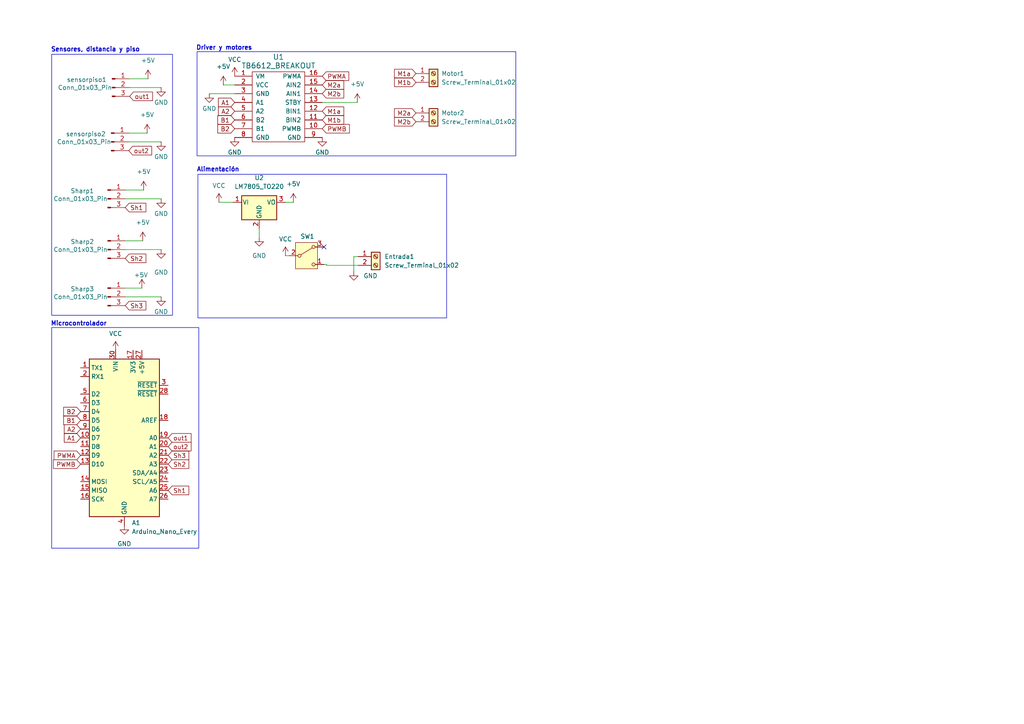
<source format=kicad_sch>
(kicad_sch
	(version 20250114)
	(generator "eeschema")
	(generator_version "9.0")
	(uuid "c8e32ed7-8f1c-4446-9152-6dc117f7549f")
	(paper "A4")
	(lib_symbols
		(symbol "Connector:Conn_01x03_Pin"
			(pin_names
				(offset 1.016)
				(hide yes)
			)
			(exclude_from_sim no)
			(in_bom yes)
			(on_board yes)
			(property "Reference" "J"
				(at 0 5.08 0)
				(effects
					(font
						(size 1.27 1.27)
					)
				)
			)
			(property "Value" "Conn_01x03_Pin"
				(at 0 -5.08 0)
				(effects
					(font
						(size 1.27 1.27)
					)
				)
			)
			(property "Footprint" ""
				(at 0 0 0)
				(effects
					(font
						(size 1.27 1.27)
					)
					(hide yes)
				)
			)
			(property "Datasheet" "~"
				(at 0 0 0)
				(effects
					(font
						(size 1.27 1.27)
					)
					(hide yes)
				)
			)
			(property "Description" "Generic connector, single row, 01x03, script generated"
				(at 0 0 0)
				(effects
					(font
						(size 1.27 1.27)
					)
					(hide yes)
				)
			)
			(property "ki_locked" ""
				(at 0 0 0)
				(effects
					(font
						(size 1.27 1.27)
					)
				)
			)
			(property "ki_keywords" "connector"
				(at 0 0 0)
				(effects
					(font
						(size 1.27 1.27)
					)
					(hide yes)
				)
			)
			(property "ki_fp_filters" "Connector*:*_1x??_*"
				(at 0 0 0)
				(effects
					(font
						(size 1.27 1.27)
					)
					(hide yes)
				)
			)
			(symbol "Conn_01x03_Pin_1_1"
				(rectangle
					(start 0.8636 2.667)
					(end 0 2.413)
					(stroke
						(width 0.1524)
						(type default)
					)
					(fill
						(type outline)
					)
				)
				(rectangle
					(start 0.8636 0.127)
					(end 0 -0.127)
					(stroke
						(width 0.1524)
						(type default)
					)
					(fill
						(type outline)
					)
				)
				(rectangle
					(start 0.8636 -2.413)
					(end 0 -2.667)
					(stroke
						(width 0.1524)
						(type default)
					)
					(fill
						(type outline)
					)
				)
				(polyline
					(pts
						(xy 1.27 2.54) (xy 0.8636 2.54)
					)
					(stroke
						(width 0.1524)
						(type default)
					)
					(fill
						(type none)
					)
				)
				(polyline
					(pts
						(xy 1.27 0) (xy 0.8636 0)
					)
					(stroke
						(width 0.1524)
						(type default)
					)
					(fill
						(type none)
					)
				)
				(polyline
					(pts
						(xy 1.27 -2.54) (xy 0.8636 -2.54)
					)
					(stroke
						(width 0.1524)
						(type default)
					)
					(fill
						(type none)
					)
				)
				(pin passive line
					(at 5.08 2.54 180)
					(length 3.81)
					(name "Pin_1"
						(effects
							(font
								(size 1.27 1.27)
							)
						)
					)
					(number "1"
						(effects
							(font
								(size 1.27 1.27)
							)
						)
					)
				)
				(pin passive line
					(at 5.08 0 180)
					(length 3.81)
					(name "Pin_2"
						(effects
							(font
								(size 1.27 1.27)
							)
						)
					)
					(number "2"
						(effects
							(font
								(size 1.27 1.27)
							)
						)
					)
				)
				(pin passive line
					(at 5.08 -2.54 180)
					(length 3.81)
					(name "Pin_3"
						(effects
							(font
								(size 1.27 1.27)
							)
						)
					)
					(number "3"
						(effects
							(font
								(size 1.27 1.27)
							)
						)
					)
				)
			)
			(embedded_fonts no)
		)
		(symbol "Connector:Screw_Terminal_01x02"
			(pin_names
				(offset 1.016)
				(hide yes)
			)
			(exclude_from_sim no)
			(in_bom yes)
			(on_board yes)
			(property "Reference" "J"
				(at 0 2.54 0)
				(effects
					(font
						(size 1.27 1.27)
					)
				)
			)
			(property "Value" "Screw_Terminal_01x02"
				(at 0 -5.08 0)
				(effects
					(font
						(size 1.27 1.27)
					)
				)
			)
			(property "Footprint" ""
				(at 0 0 0)
				(effects
					(font
						(size 1.27 1.27)
					)
					(hide yes)
				)
			)
			(property "Datasheet" "~"
				(at 0 0 0)
				(effects
					(font
						(size 1.27 1.27)
					)
					(hide yes)
				)
			)
			(property "Description" "Generic screw terminal, single row, 01x02, script generated (kicad-library-utils/schlib/autogen/connector/)"
				(at 0 0 0)
				(effects
					(font
						(size 1.27 1.27)
					)
					(hide yes)
				)
			)
			(property "ki_keywords" "screw terminal"
				(at 0 0 0)
				(effects
					(font
						(size 1.27 1.27)
					)
					(hide yes)
				)
			)
			(property "ki_fp_filters" "TerminalBlock*:*"
				(at 0 0 0)
				(effects
					(font
						(size 1.27 1.27)
					)
					(hide yes)
				)
			)
			(symbol "Screw_Terminal_01x02_1_1"
				(rectangle
					(start -1.27 1.27)
					(end 1.27 -3.81)
					(stroke
						(width 0.254)
						(type default)
					)
					(fill
						(type background)
					)
				)
				(polyline
					(pts
						(xy -0.5334 0.3302) (xy 0.3302 -0.508)
					)
					(stroke
						(width 0.1524)
						(type default)
					)
					(fill
						(type none)
					)
				)
				(polyline
					(pts
						(xy -0.5334 -2.2098) (xy 0.3302 -3.048)
					)
					(stroke
						(width 0.1524)
						(type default)
					)
					(fill
						(type none)
					)
				)
				(polyline
					(pts
						(xy -0.3556 0.508) (xy 0.508 -0.3302)
					)
					(stroke
						(width 0.1524)
						(type default)
					)
					(fill
						(type none)
					)
				)
				(polyline
					(pts
						(xy -0.3556 -2.032) (xy 0.508 -2.8702)
					)
					(stroke
						(width 0.1524)
						(type default)
					)
					(fill
						(type none)
					)
				)
				(circle
					(center 0 0)
					(radius 0.635)
					(stroke
						(width 0.1524)
						(type default)
					)
					(fill
						(type none)
					)
				)
				(circle
					(center 0 -2.54)
					(radius 0.635)
					(stroke
						(width 0.1524)
						(type default)
					)
					(fill
						(type none)
					)
				)
				(pin passive line
					(at -5.08 0 0)
					(length 3.81)
					(name "Pin_1"
						(effects
							(font
								(size 1.27 1.27)
							)
						)
					)
					(number "1"
						(effects
							(font
								(size 1.27 1.27)
							)
						)
					)
				)
				(pin passive line
					(at -5.08 -2.54 0)
					(length 3.81)
					(name "Pin_2"
						(effects
							(font
								(size 1.27 1.27)
							)
						)
					)
					(number "2"
						(effects
							(font
								(size 1.27 1.27)
							)
						)
					)
				)
			)
			(embedded_fonts no)
		)
		(symbol "EESTN5:TB6612_BREAKOUT"
			(pin_names
				(offset 1.016)
			)
			(exclude_from_sim no)
			(in_bom yes)
			(on_board yes)
			(property "Reference" "U"
				(at 0 11.43 0)
				(effects
					(font
						(size 1.524 1.524)
					)
				)
			)
			(property "Value" "TB6612_BREAKOUT"
				(at 0 -13.97 0)
				(effects
					(font
						(size 1.524 1.524)
					)
				)
			)
			(property "Footprint" ""
				(at 0 -1.27 0)
				(effects
					(font
						(size 1.524 1.524)
					)
					(hide yes)
				)
			)
			(property "Datasheet" ""
				(at 0 -1.27 0)
				(effects
					(font
						(size 1.524 1.524)
					)
					(hide yes)
				)
			)
			(property "Description" "BreakOut Board for TB6612"
				(at 0 0 0)
				(effects
					(font
						(size 1.27 1.27)
					)
					(hide yes)
				)
			)
			(property "ki_keywords" "TB6612"
				(at 0 0 0)
				(effects
					(font
						(size 1.27 1.27)
					)
					(hide yes)
				)
			)
			(property "ki_fp_filters" "TB6612*"
				(at 0 0 0)
				(effects
					(font
						(size 1.27 1.27)
					)
					(hide yes)
				)
			)
			(symbol "TB6612_BREAKOUT_0_1"
				(rectangle
					(start -7.62 10.16)
					(end 7.62 -10.16)
					(stroke
						(width 0)
						(type default)
					)
					(fill
						(type none)
					)
				)
			)
			(symbol "TB6612_BREAKOUT_1_1"
				(pin passive line
					(at -12.7 8.89 0)
					(length 5.08)
					(name "VM"
						(effects
							(font
								(size 1.27 1.27)
							)
						)
					)
					(number "1"
						(effects
							(font
								(size 1.27 1.27)
							)
						)
					)
				)
				(pin passive line
					(at -12.7 6.35 0)
					(length 5.08)
					(name "VCC"
						(effects
							(font
								(size 1.27 1.27)
							)
						)
					)
					(number "2"
						(effects
							(font
								(size 1.27 1.27)
							)
						)
					)
				)
				(pin passive line
					(at -12.7 3.81 0)
					(length 5.08)
					(name "GND"
						(effects
							(font
								(size 1.27 1.27)
							)
						)
					)
					(number "3"
						(effects
							(font
								(size 1.27 1.27)
							)
						)
					)
				)
				(pin passive line
					(at -12.7 1.27 0)
					(length 5.08)
					(name "A1"
						(effects
							(font
								(size 1.27 1.27)
							)
						)
					)
					(number "4"
						(effects
							(font
								(size 1.27 1.27)
							)
						)
					)
				)
				(pin passive line
					(at -12.7 -1.27 0)
					(length 5.08)
					(name "A2"
						(effects
							(font
								(size 1.27 1.27)
							)
						)
					)
					(number "5"
						(effects
							(font
								(size 1.27 1.27)
							)
						)
					)
				)
				(pin passive line
					(at -12.7 -3.81 0)
					(length 5.08)
					(name "B2"
						(effects
							(font
								(size 1.27 1.27)
							)
						)
					)
					(number "6"
						(effects
							(font
								(size 1.27 1.27)
							)
						)
					)
				)
				(pin passive line
					(at -12.7 -6.35 0)
					(length 5.08)
					(name "B1"
						(effects
							(font
								(size 1.27 1.27)
							)
						)
					)
					(number "7"
						(effects
							(font
								(size 1.27 1.27)
							)
						)
					)
				)
				(pin passive line
					(at -12.7 -8.89 0)
					(length 5.08)
					(name "GND"
						(effects
							(font
								(size 1.27 1.27)
							)
						)
					)
					(number "8"
						(effects
							(font
								(size 1.27 1.27)
							)
						)
					)
				)
				(pin passive line
					(at 12.7 8.89 180)
					(length 5.08)
					(name "PWMA"
						(effects
							(font
								(size 1.27 1.27)
							)
						)
					)
					(number "16"
						(effects
							(font
								(size 1.27 1.27)
							)
						)
					)
				)
				(pin passive line
					(at 12.7 6.35 180)
					(length 5.08)
					(name "AIN2"
						(effects
							(font
								(size 1.27 1.27)
							)
						)
					)
					(number "15"
						(effects
							(font
								(size 1.27 1.27)
							)
						)
					)
				)
				(pin passive line
					(at 12.7 3.81 180)
					(length 5.08)
					(name "AIN1"
						(effects
							(font
								(size 1.27 1.27)
							)
						)
					)
					(number "14"
						(effects
							(font
								(size 1.27 1.27)
							)
						)
					)
				)
				(pin passive line
					(at 12.7 1.27 180)
					(length 5.08)
					(name "STBY"
						(effects
							(font
								(size 1.27 1.27)
							)
						)
					)
					(number "13"
						(effects
							(font
								(size 1.27 1.27)
							)
						)
					)
				)
				(pin passive line
					(at 12.7 -1.27 180)
					(length 5.08)
					(name "BIN1"
						(effects
							(font
								(size 1.27 1.27)
							)
						)
					)
					(number "12"
						(effects
							(font
								(size 1.27 1.27)
							)
						)
					)
				)
				(pin passive line
					(at 12.7 -3.81 180)
					(length 5.08)
					(name "BIN2"
						(effects
							(font
								(size 1.27 1.27)
							)
						)
					)
					(number "11"
						(effects
							(font
								(size 1.27 1.27)
							)
						)
					)
				)
				(pin passive line
					(at 12.7 -6.35 180)
					(length 5.08)
					(name "PWMB"
						(effects
							(font
								(size 1.27 1.27)
							)
						)
					)
					(number "10"
						(effects
							(font
								(size 1.27 1.27)
							)
						)
					)
				)
				(pin passive line
					(at 12.7 -8.89 180)
					(length 5.08)
					(name "GND"
						(effects
							(font
								(size 1.27 1.27)
							)
						)
					)
					(number "9"
						(effects
							(font
								(size 1.27 1.27)
							)
						)
					)
				)
			)
			(embedded_fonts no)
		)
		(symbol "MCU_Module:Arduino_Nano_Every"
			(exclude_from_sim no)
			(in_bom yes)
			(on_board yes)
			(property "Reference" "A"
				(at -10.16 23.495 0)
				(effects
					(font
						(size 1.27 1.27)
					)
					(justify left bottom)
				)
			)
			(property "Value" "Arduino_Nano_Every"
				(at 5.08 -24.13 0)
				(effects
					(font
						(size 1.27 1.27)
					)
					(justify left top)
				)
			)
			(property "Footprint" "Module:Arduino_Nano"
				(at 0 0 0)
				(effects
					(font
						(size 1.27 1.27)
						(italic yes)
					)
					(hide yes)
				)
			)
			(property "Datasheet" "https://content.arduino.cc/assets/NANOEveryV3.0_sch.pdf"
				(at 0 0 0)
				(effects
					(font
						(size 1.27 1.27)
					)
					(hide yes)
				)
			)
			(property "Description" "Arduino Nano Every"
				(at 0 0 0)
				(effects
					(font
						(size 1.27 1.27)
					)
					(hide yes)
				)
			)
			(property "ki_keywords" "Arduino nano microcontroller module USB UPDI AATMega4809 AVR"
				(at 0 0 0)
				(effects
					(font
						(size 1.27 1.27)
					)
					(hide yes)
				)
			)
			(property "ki_fp_filters" "Arduino*Nano*"
				(at 0 0 0)
				(effects
					(font
						(size 1.27 1.27)
					)
					(hide yes)
				)
			)
			(symbol "Arduino_Nano_Every_0_1"
				(rectangle
					(start -10.16 22.86)
					(end 10.16 -22.86)
					(stroke
						(width 0.254)
						(type default)
					)
					(fill
						(type background)
					)
				)
			)
			(symbol "Arduino_Nano_Every_1_1"
				(pin bidirectional line
					(at -12.7 20.32 0)
					(length 2.54)
					(name "TX1"
						(effects
							(font
								(size 1.27 1.27)
							)
						)
					)
					(number "1"
						(effects
							(font
								(size 1.27 1.27)
							)
						)
					)
				)
				(pin bidirectional line
					(at -12.7 17.78 0)
					(length 2.54)
					(name "RX1"
						(effects
							(font
								(size 1.27 1.27)
							)
						)
					)
					(number "2"
						(effects
							(font
								(size 1.27 1.27)
							)
						)
					)
				)
				(pin bidirectional line
					(at -12.7 12.7 0)
					(length 2.54)
					(name "D2"
						(effects
							(font
								(size 1.27 1.27)
							)
						)
					)
					(number "5"
						(effects
							(font
								(size 1.27 1.27)
							)
						)
					)
				)
				(pin bidirectional line
					(at -12.7 10.16 0)
					(length 2.54)
					(name "D3"
						(effects
							(font
								(size 1.27 1.27)
							)
						)
					)
					(number "6"
						(effects
							(font
								(size 1.27 1.27)
							)
						)
					)
				)
				(pin bidirectional line
					(at -12.7 7.62 0)
					(length 2.54)
					(name "D4"
						(effects
							(font
								(size 1.27 1.27)
							)
						)
					)
					(number "7"
						(effects
							(font
								(size 1.27 1.27)
							)
						)
					)
				)
				(pin bidirectional line
					(at -12.7 5.08 0)
					(length 2.54)
					(name "D5"
						(effects
							(font
								(size 1.27 1.27)
							)
						)
					)
					(number "8"
						(effects
							(font
								(size 1.27 1.27)
							)
						)
					)
				)
				(pin bidirectional line
					(at -12.7 2.54 0)
					(length 2.54)
					(name "D6"
						(effects
							(font
								(size 1.27 1.27)
							)
						)
					)
					(number "9"
						(effects
							(font
								(size 1.27 1.27)
							)
						)
					)
				)
				(pin bidirectional line
					(at -12.7 0 0)
					(length 2.54)
					(name "D7"
						(effects
							(font
								(size 1.27 1.27)
							)
						)
					)
					(number "10"
						(effects
							(font
								(size 1.27 1.27)
							)
						)
					)
				)
				(pin bidirectional line
					(at -12.7 -2.54 0)
					(length 2.54)
					(name "D8"
						(effects
							(font
								(size 1.27 1.27)
							)
						)
					)
					(number "11"
						(effects
							(font
								(size 1.27 1.27)
							)
						)
					)
				)
				(pin bidirectional line
					(at -12.7 -5.08 0)
					(length 2.54)
					(name "D9"
						(effects
							(font
								(size 1.27 1.27)
							)
						)
					)
					(number "12"
						(effects
							(font
								(size 1.27 1.27)
							)
						)
					)
				)
				(pin bidirectional line
					(at -12.7 -7.62 0)
					(length 2.54)
					(name "D10"
						(effects
							(font
								(size 1.27 1.27)
							)
						)
					)
					(number "13"
						(effects
							(font
								(size 1.27 1.27)
							)
						)
					)
				)
				(pin bidirectional line
					(at -12.7 -12.7 0)
					(length 2.54)
					(name "MOSI"
						(effects
							(font
								(size 1.27 1.27)
							)
						)
					)
					(number "14"
						(effects
							(font
								(size 1.27 1.27)
							)
						)
					)
				)
				(pin bidirectional line
					(at -12.7 -15.24 0)
					(length 2.54)
					(name "MISO"
						(effects
							(font
								(size 1.27 1.27)
							)
						)
					)
					(number "15"
						(effects
							(font
								(size 1.27 1.27)
							)
						)
					)
				)
				(pin bidirectional line
					(at -12.7 -17.78 0)
					(length 2.54)
					(name "SCK"
						(effects
							(font
								(size 1.27 1.27)
							)
						)
					)
					(number "16"
						(effects
							(font
								(size 1.27 1.27)
							)
						)
					)
				)
				(pin power_in line
					(at -2.54 25.4 270)
					(length 2.54)
					(name "VIN"
						(effects
							(font
								(size 1.27 1.27)
							)
						)
					)
					(number "30"
						(effects
							(font
								(size 1.27 1.27)
							)
						)
					)
				)
				(pin passive line
					(at 0 -25.4 90)
					(length 2.54)
					(hide yes)
					(name "GND"
						(effects
							(font
								(size 1.27 1.27)
							)
						)
					)
					(number "29"
						(effects
							(font
								(size 1.27 1.27)
							)
						)
					)
				)
				(pin power_in line
					(at 0 -25.4 90)
					(length 2.54)
					(name "GND"
						(effects
							(font
								(size 1.27 1.27)
							)
						)
					)
					(number "4"
						(effects
							(font
								(size 1.27 1.27)
							)
						)
					)
				)
				(pin power_out line
					(at 2.54 25.4 270)
					(length 2.54)
					(name "3V3"
						(effects
							(font
								(size 1.27 1.27)
							)
						)
					)
					(number "17"
						(effects
							(font
								(size 1.27 1.27)
							)
						)
					)
				)
				(pin power_out line
					(at 5.08 25.4 270)
					(length 2.54)
					(name "+5V"
						(effects
							(font
								(size 1.27 1.27)
							)
						)
					)
					(number "27"
						(effects
							(font
								(size 1.27 1.27)
							)
						)
					)
				)
				(pin input line
					(at 12.7 15.24 180)
					(length 2.54)
					(name "~{RESET}"
						(effects
							(font
								(size 1.27 1.27)
							)
						)
					)
					(number "3"
						(effects
							(font
								(size 1.27 1.27)
							)
						)
					)
				)
				(pin input line
					(at 12.7 12.7 180)
					(length 2.54)
					(name "~{RESET}"
						(effects
							(font
								(size 1.27 1.27)
							)
						)
					)
					(number "28"
						(effects
							(font
								(size 1.27 1.27)
							)
						)
					)
				)
				(pin input line
					(at 12.7 5.08 180)
					(length 2.54)
					(name "AREF"
						(effects
							(font
								(size 1.27 1.27)
							)
						)
					)
					(number "18"
						(effects
							(font
								(size 1.27 1.27)
							)
						)
					)
				)
				(pin bidirectional line
					(at 12.7 0 180)
					(length 2.54)
					(name "A0"
						(effects
							(font
								(size 1.27 1.27)
							)
						)
					)
					(number "19"
						(effects
							(font
								(size 1.27 1.27)
							)
						)
					)
				)
				(pin bidirectional line
					(at 12.7 -2.54 180)
					(length 2.54)
					(name "A1"
						(effects
							(font
								(size 1.27 1.27)
							)
						)
					)
					(number "20"
						(effects
							(font
								(size 1.27 1.27)
							)
						)
					)
				)
				(pin bidirectional line
					(at 12.7 -5.08 180)
					(length 2.54)
					(name "A2"
						(effects
							(font
								(size 1.27 1.27)
							)
						)
					)
					(number "21"
						(effects
							(font
								(size 1.27 1.27)
							)
						)
					)
				)
				(pin bidirectional line
					(at 12.7 -7.62 180)
					(length 2.54)
					(name "A3"
						(effects
							(font
								(size 1.27 1.27)
							)
						)
					)
					(number "22"
						(effects
							(font
								(size 1.27 1.27)
							)
						)
					)
				)
				(pin bidirectional line
					(at 12.7 -10.16 180)
					(length 2.54)
					(name "SDA/A4"
						(effects
							(font
								(size 1.27 1.27)
							)
						)
					)
					(number "23"
						(effects
							(font
								(size 1.27 1.27)
							)
						)
					)
				)
				(pin bidirectional line
					(at 12.7 -12.7 180)
					(length 2.54)
					(name "SCL/A5"
						(effects
							(font
								(size 1.27 1.27)
							)
						)
					)
					(number "24"
						(effects
							(font
								(size 1.27 1.27)
							)
						)
					)
				)
				(pin bidirectional line
					(at 12.7 -15.24 180)
					(length 2.54)
					(name "A6"
						(effects
							(font
								(size 1.27 1.27)
							)
						)
					)
					(number "25"
						(effects
							(font
								(size 1.27 1.27)
							)
						)
					)
				)
				(pin bidirectional line
					(at 12.7 -17.78 180)
					(length 2.54)
					(name "A7"
						(effects
							(font
								(size 1.27 1.27)
							)
						)
					)
					(number "26"
						(effects
							(font
								(size 1.27 1.27)
							)
						)
					)
				)
			)
			(embedded_fonts no)
		)
		(symbol "Regulator_Linear:LM7805_TO220"
			(pin_names
				(offset 0.254)
			)
			(exclude_from_sim no)
			(in_bom yes)
			(on_board yes)
			(property "Reference" "U"
				(at -3.81 3.175 0)
				(effects
					(font
						(size 1.27 1.27)
					)
				)
			)
			(property "Value" "LM7805_TO220"
				(at 0 3.175 0)
				(effects
					(font
						(size 1.27 1.27)
					)
					(justify left)
				)
			)
			(property "Footprint" "Package_TO_SOT_THT:TO-220-3_Vertical"
				(at 0 5.715 0)
				(effects
					(font
						(size 1.27 1.27)
						(italic yes)
					)
					(hide yes)
				)
			)
			(property "Datasheet" "https://www.onsemi.cn/PowerSolutions/document/MC7800-D.PDF"
				(at 0 -1.27 0)
				(effects
					(font
						(size 1.27 1.27)
					)
					(hide yes)
				)
			)
			(property "Description" "Positive 1A 35V Linear Regulator, Fixed Output 5V, TO-220"
				(at 0 0 0)
				(effects
					(font
						(size 1.27 1.27)
					)
					(hide yes)
				)
			)
			(property "ki_keywords" "Voltage Regulator 1A Positive"
				(at 0 0 0)
				(effects
					(font
						(size 1.27 1.27)
					)
					(hide yes)
				)
			)
			(property "ki_fp_filters" "TO?220*"
				(at 0 0 0)
				(effects
					(font
						(size 1.27 1.27)
					)
					(hide yes)
				)
			)
			(symbol "LM7805_TO220_0_1"
				(rectangle
					(start -5.08 1.905)
					(end 5.08 -5.08)
					(stroke
						(width 0.254)
						(type default)
					)
					(fill
						(type background)
					)
				)
			)
			(symbol "LM7805_TO220_1_1"
				(pin power_in line
					(at -7.62 0 0)
					(length 2.54)
					(name "VI"
						(effects
							(font
								(size 1.27 1.27)
							)
						)
					)
					(number "1"
						(effects
							(font
								(size 1.27 1.27)
							)
						)
					)
				)
				(pin power_in line
					(at 0 -7.62 90)
					(length 2.54)
					(name "GND"
						(effects
							(font
								(size 1.27 1.27)
							)
						)
					)
					(number "2"
						(effects
							(font
								(size 1.27 1.27)
							)
						)
					)
				)
				(pin power_out line
					(at 7.62 0 180)
					(length 2.54)
					(name "VO"
						(effects
							(font
								(size 1.27 1.27)
							)
						)
					)
					(number "3"
						(effects
							(font
								(size 1.27 1.27)
							)
						)
					)
				)
			)
			(embedded_fonts no)
		)
		(symbol "Switch:SW_Nidec_CAS-120A1"
			(pin_names
				(offset 1)
				(hide yes)
			)
			(exclude_from_sim no)
			(in_bom yes)
			(on_board yes)
			(property "Reference" "SW"
				(at 0 4.318 0)
				(effects
					(font
						(size 1.27 1.27)
					)
				)
			)
			(property "Value" "SW_Nidec_CAS-120A1"
				(at 0 -5.08 0)
				(effects
					(font
						(size 1.27 1.27)
					)
				)
			)
			(property "Footprint" "Button_Switch_SMD:Nidec_Copal_CAS-120A"
				(at 0 -10.16 0)
				(effects
					(font
						(size 1.27 1.27)
					)
					(hide yes)
				)
			)
			(property "Datasheet" "https://www.nidec-components.com/e/catalog/switch/cas.pdf"
				(at 0 -7.62 0)
				(effects
					(font
						(size 1.27 1.27)
					)
					(hide yes)
				)
			)
			(property "Description" "Switch, single pole double throw"
				(at 0 0 0)
				(effects
					(font
						(size 1.27 1.27)
					)
					(hide yes)
				)
			)
			(property "ki_keywords" "switch single-pole double-throw spdt ON-ON"
				(at 0 0 0)
				(effects
					(font
						(size 1.27 1.27)
					)
					(hide yes)
				)
			)
			(property "ki_fp_filters" "*Nidec?Copal?CAS?120A*"
				(at 0 0 0)
				(effects
					(font
						(size 1.27 1.27)
					)
					(hide yes)
				)
			)
			(symbol "SW_Nidec_CAS-120A1_0_1"
				(circle
					(center -2.032 0)
					(radius 0.4572)
					(stroke
						(width 0)
						(type default)
					)
					(fill
						(type none)
					)
				)
				(polyline
					(pts
						(xy -1.651 0.254) (xy 1.651 2.286)
					)
					(stroke
						(width 0)
						(type default)
					)
					(fill
						(type none)
					)
				)
				(circle
					(center 2.032 2.54)
					(radius 0.4572)
					(stroke
						(width 0)
						(type default)
					)
					(fill
						(type none)
					)
				)
				(circle
					(center 2.032 -2.54)
					(radius 0.4572)
					(stroke
						(width 0)
						(type default)
					)
					(fill
						(type none)
					)
				)
			)
			(symbol "SW_Nidec_CAS-120A1_1_1"
				(rectangle
					(start -3.175 3.81)
					(end 3.175 -3.81)
					(stroke
						(width 0)
						(type default)
					)
					(fill
						(type background)
					)
				)
				(pin passive line
					(at -5.08 0 0)
					(length 2.54)
					(name "B"
						(effects
							(font
								(size 1.27 1.27)
							)
						)
					)
					(number "2"
						(effects
							(font
								(size 1.27 1.27)
							)
						)
					)
				)
				(pin passive line
					(at 5.08 2.54 180)
					(length 2.54)
					(name "A"
						(effects
							(font
								(size 1.27 1.27)
							)
						)
					)
					(number "3"
						(effects
							(font
								(size 1.27 1.27)
							)
						)
					)
				)
				(pin passive line
					(at 5.08 -2.54 180)
					(length 2.54)
					(name "C"
						(effects
							(font
								(size 1.27 1.27)
							)
						)
					)
					(number "1"
						(effects
							(font
								(size 1.27 1.27)
							)
						)
					)
				)
			)
			(embedded_fonts no)
		)
		(symbol "power:+5V"
			(power)
			(pin_numbers
				(hide yes)
			)
			(pin_names
				(offset 0)
				(hide yes)
			)
			(exclude_from_sim no)
			(in_bom yes)
			(on_board yes)
			(property "Reference" "#PWR"
				(at 0 -3.81 0)
				(effects
					(font
						(size 1.27 1.27)
					)
					(hide yes)
				)
			)
			(property "Value" "+5V"
				(at 0 3.556 0)
				(effects
					(font
						(size 1.27 1.27)
					)
				)
			)
			(property "Footprint" ""
				(at 0 0 0)
				(effects
					(font
						(size 1.27 1.27)
					)
					(hide yes)
				)
			)
			(property "Datasheet" ""
				(at 0 0 0)
				(effects
					(font
						(size 1.27 1.27)
					)
					(hide yes)
				)
			)
			(property "Description" "Power symbol creates a global label with name \"+5V\""
				(at 0 0 0)
				(effects
					(font
						(size 1.27 1.27)
					)
					(hide yes)
				)
			)
			(property "ki_keywords" "global power"
				(at 0 0 0)
				(effects
					(font
						(size 1.27 1.27)
					)
					(hide yes)
				)
			)
			(symbol "+5V_0_1"
				(polyline
					(pts
						(xy -0.762 1.27) (xy 0 2.54)
					)
					(stroke
						(width 0)
						(type default)
					)
					(fill
						(type none)
					)
				)
				(polyline
					(pts
						(xy 0 2.54) (xy 0.762 1.27)
					)
					(stroke
						(width 0)
						(type default)
					)
					(fill
						(type none)
					)
				)
				(polyline
					(pts
						(xy 0 0) (xy 0 2.54)
					)
					(stroke
						(width 0)
						(type default)
					)
					(fill
						(type none)
					)
				)
			)
			(symbol "+5V_1_1"
				(pin power_in line
					(at 0 0 90)
					(length 0)
					(name "~"
						(effects
							(font
								(size 1.27 1.27)
							)
						)
					)
					(number "1"
						(effects
							(font
								(size 1.27 1.27)
							)
						)
					)
				)
			)
			(embedded_fonts no)
		)
		(symbol "power:GND"
			(power)
			(pin_numbers
				(hide yes)
			)
			(pin_names
				(offset 0)
				(hide yes)
			)
			(exclude_from_sim no)
			(in_bom yes)
			(on_board yes)
			(property "Reference" "#PWR"
				(at 0 -6.35 0)
				(effects
					(font
						(size 1.27 1.27)
					)
					(hide yes)
				)
			)
			(property "Value" "GND"
				(at 0 -3.81 0)
				(effects
					(font
						(size 1.27 1.27)
					)
				)
			)
			(property "Footprint" ""
				(at 0 0 0)
				(effects
					(font
						(size 1.27 1.27)
					)
					(hide yes)
				)
			)
			(property "Datasheet" ""
				(at 0 0 0)
				(effects
					(font
						(size 1.27 1.27)
					)
					(hide yes)
				)
			)
			(property "Description" "Power symbol creates a global label with name \"GND\" , ground"
				(at 0 0 0)
				(effects
					(font
						(size 1.27 1.27)
					)
					(hide yes)
				)
			)
			(property "ki_keywords" "global power"
				(at 0 0 0)
				(effects
					(font
						(size 1.27 1.27)
					)
					(hide yes)
				)
			)
			(symbol "GND_0_1"
				(polyline
					(pts
						(xy 0 0) (xy 0 -1.27) (xy 1.27 -1.27) (xy 0 -2.54) (xy -1.27 -1.27) (xy 0 -1.27)
					)
					(stroke
						(width 0)
						(type default)
					)
					(fill
						(type none)
					)
				)
			)
			(symbol "GND_1_1"
				(pin power_in line
					(at 0 0 270)
					(length 0)
					(name "~"
						(effects
							(font
								(size 1.27 1.27)
							)
						)
					)
					(number "1"
						(effects
							(font
								(size 1.27 1.27)
							)
						)
					)
				)
			)
			(embedded_fonts no)
		)
		(symbol "power:VCC"
			(power)
			(pin_numbers
				(hide yes)
			)
			(pin_names
				(offset 0)
				(hide yes)
			)
			(exclude_from_sim no)
			(in_bom yes)
			(on_board yes)
			(property "Reference" "#PWR"
				(at 0 -3.81 0)
				(effects
					(font
						(size 1.27 1.27)
					)
					(hide yes)
				)
			)
			(property "Value" "VCC"
				(at 0 3.556 0)
				(effects
					(font
						(size 1.27 1.27)
					)
				)
			)
			(property "Footprint" ""
				(at 0 0 0)
				(effects
					(font
						(size 1.27 1.27)
					)
					(hide yes)
				)
			)
			(property "Datasheet" ""
				(at 0 0 0)
				(effects
					(font
						(size 1.27 1.27)
					)
					(hide yes)
				)
			)
			(property "Description" "Power symbol creates a global label with name \"VCC\""
				(at 0 0 0)
				(effects
					(font
						(size 1.27 1.27)
					)
					(hide yes)
				)
			)
			(property "ki_keywords" "global power"
				(at 0 0 0)
				(effects
					(font
						(size 1.27 1.27)
					)
					(hide yes)
				)
			)
			(symbol "VCC_0_1"
				(polyline
					(pts
						(xy -0.762 1.27) (xy 0 2.54)
					)
					(stroke
						(width 0)
						(type default)
					)
					(fill
						(type none)
					)
				)
				(polyline
					(pts
						(xy 0 2.54) (xy 0.762 1.27)
					)
					(stroke
						(width 0)
						(type default)
					)
					(fill
						(type none)
					)
				)
				(polyline
					(pts
						(xy 0 0) (xy 0 2.54)
					)
					(stroke
						(width 0)
						(type default)
					)
					(fill
						(type none)
					)
				)
			)
			(symbol "VCC_1_1"
				(pin power_in line
					(at 0 0 90)
					(length 0)
					(name "~"
						(effects
							(font
								(size 1.27 1.27)
							)
						)
					)
					(number "1"
						(effects
							(font
								(size 1.27 1.27)
							)
						)
					)
				)
			)
			(embedded_fonts no)
		)
	)
	(rectangle
		(start 57.15 14.986)
		(end 149.606 45.212)
		(stroke
			(width 0)
			(type default)
		)
		(fill
			(type none)
		)
		(uuid 031ce8a6-1a0f-4a74-85ab-045eade807a0)
	)
	(rectangle
		(start 14.986 94.996)
		(end 57.658 159.004)
		(stroke
			(width 0)
			(type default)
		)
		(fill
			(type none)
		)
		(uuid 47f36206-a131-47fb-8dba-80fb6c605ade)
	)
	(rectangle
		(start 57.404 50.546)
		(end 129.54 92.202)
		(stroke
			(width 0)
			(type default)
		)
		(fill
			(type none)
		)
		(uuid 6d7bf664-cb06-4de9-98bf-a9b509230759)
	)
	(rectangle
		(start 14.986 15.748)
		(end 50.038 91.44)
		(stroke
			(width 0)
			(type default)
		)
		(fill
			(type none)
		)
		(uuid 9ee47c83-e966-4bf6-a5e1-1a36cf98f1b2)
	)
	(text "Alimentación"
		(exclude_from_sim no)
		(at 63.246 49.276 0)
		(effects
			(font
				(size 1.27 1.27)
				(thickness 0.254)
				(bold yes)
			)
		)
		(uuid "01902133-9247-40dd-adef-684b22b68da7")
	)
	(text "Microcontrolador\n"
		(exclude_from_sim no)
		(at 22.86 93.98 0)
		(effects
			(font
				(size 1.27 1.27)
				(thickness 0.254)
				(bold yes)
			)
		)
		(uuid "707404e3-fbe8-42c2-8183-75a34d4a4d32")
	)
	(text "Sensores, distancia y piso\n"
		(exclude_from_sim no)
		(at 27.686 14.478 0)
		(effects
			(font
				(size 1.27 1.27)
				(thickness 0.254)
				(bold yes)
			)
		)
		(uuid "82414190-0dc4-45db-b520-d09afe9cc534")
	)
	(text "Driver y motores\n"
		(exclude_from_sim no)
		(at 65.024 13.97 0)
		(effects
			(font
				(size 1.27 1.27)
				(thickness 0.254)
				(bold yes)
			)
		)
		(uuid "d9205e57-1d16-4056-b49d-21bfbe2baea2")
	)
	(no_connect
		(at 93.98 71.628)
		(uuid "25995cd0-f84f-4fa5-915f-4a5b2f80ea08")
	)
	(wire
		(pts
			(xy 41.148 83.566) (xy 36.322 83.566)
		)
		(stroke
			(width 0)
			(type default)
		)
		(uuid "0002707b-0dc7-47a2-8399-c96431de9402")
	)
	(wire
		(pts
			(xy 46.736 41.148) (xy 37.338 41.148)
		)
		(stroke
			(width 0)
			(type default)
		)
		(uuid "018b81db-4623-4784-9a99-26c43c437fb9")
	)
	(wire
		(pts
			(xy 94.742 76.708) (xy 93.98 76.708)
		)
		(stroke
			(width 0)
			(type default)
		)
		(uuid "06690f11-fb7d-417c-8c1e-0a2c7512c263")
	)
	(wire
		(pts
			(xy 102.616 74.422) (xy 103.886 74.422)
		)
		(stroke
			(width 0)
			(type default)
		)
		(uuid "1dfab402-2c34-4912-a67c-16e4143424f0")
	)
	(wire
		(pts
			(xy 60.706 27.178) (xy 68.072 27.178)
		)
		(stroke
			(width 0)
			(type default)
		)
		(uuid "2cd35a1b-de8d-40a9-a971-9660dfbd41ab")
	)
	(wire
		(pts
			(xy 37.592 25.4) (xy 46.736 25.4)
		)
		(stroke
			(width 0)
			(type default)
		)
		(uuid "380da7f2-833e-4d07-a77f-07f246a6cec2")
	)
	(wire
		(pts
			(xy 42.672 38.608) (xy 37.338 38.608)
		)
		(stroke
			(width 0)
			(type default)
		)
		(uuid "3ef1d13e-15f1-435a-acc6-0163a6ef6783")
	)
	(wire
		(pts
			(xy 63.5 58.674) (xy 67.564 58.674)
		)
		(stroke
			(width 0)
			(type default)
		)
		(uuid "4093e4bc-f542-4b14-87ec-1efa164dc679")
	)
	(wire
		(pts
			(xy 103.886 76.962) (xy 94.742 76.962)
		)
		(stroke
			(width 0)
			(type default)
		)
		(uuid "545dfe78-5887-4136-8173-77ee01c0965f")
	)
	(wire
		(pts
			(xy 41.656 55.118) (xy 36.322 55.118)
		)
		(stroke
			(width 0)
			(type default)
		)
		(uuid "5c9344e8-0b46-4dd1-94bc-cab773ec2710")
	)
	(wire
		(pts
			(xy 46.736 72.39) (xy 36.322 72.39)
		)
		(stroke
			(width 0)
			(type default)
		)
		(uuid "6291d1ea-1ff8-44fa-b077-fc57f29a68b4")
	)
	(wire
		(pts
			(xy 85.09 58.674) (xy 82.804 58.674)
		)
		(stroke
			(width 0)
			(type default)
		)
		(uuid "6cc6f10b-3672-4e34-b5e7-199ea79aa9b8")
	)
	(wire
		(pts
			(xy 46.736 57.658) (xy 36.322 57.658)
		)
		(stroke
			(width 0)
			(type default)
		)
		(uuid "79bfa28a-b85c-4d0c-b69a-d0987ad14c8a")
	)
	(wire
		(pts
			(xy 42.926 22.86) (xy 37.592 22.86)
		)
		(stroke
			(width 0)
			(type default)
		)
		(uuid "7a7ebc67-2df9-4b49-acdd-88040e7a8d71")
	)
	(wire
		(pts
			(xy 75.184 68.834) (xy 75.184 66.294)
		)
		(stroke
			(width 0)
			(type default)
		)
		(uuid "8024568b-e63e-45ec-b070-9e0b50b1fa0b")
	)
	(wire
		(pts
			(xy 103.632 29.718) (xy 93.472 29.718)
		)
		(stroke
			(width 0)
			(type default)
		)
		(uuid "a737dd9d-d8a0-48e2-b75b-b74b3ad908ce")
	)
	(wire
		(pts
			(xy 94.742 76.962) (xy 94.742 76.708)
		)
		(stroke
			(width 0)
			(type default)
		)
		(uuid "c24c831e-b76b-4685-9d56-b18c557a6ce7")
	)
	(wire
		(pts
			(xy 41.402 69.85) (xy 36.322 69.85)
		)
		(stroke
			(width 0)
			(type default)
		)
		(uuid "c8f05838-320c-4a3b-bda6-d4d60369f929")
	)
	(wire
		(pts
			(xy 82.804 74.168) (xy 83.82 74.168)
		)
		(stroke
			(width 0)
			(type default)
		)
		(uuid "d4d2bc4c-209f-4e87-9037-91ead88d1403")
	)
	(wire
		(pts
			(xy 46.736 86.106) (xy 36.322 86.106)
		)
		(stroke
			(width 0)
			(type default)
		)
		(uuid "ddf6177c-a9cd-4785-b698-dc8fec4621ce")
	)
	(wire
		(pts
			(xy 102.616 78.74) (xy 102.616 74.422)
		)
		(stroke
			(width 0)
			(type default)
		)
		(uuid "e70441e2-7e52-4ddb-8715-bd0ceb822662")
	)
	(wire
		(pts
			(xy 64.77 24.638) (xy 68.072 24.638)
		)
		(stroke
			(width 0)
			(type default)
		)
		(uuid "f0a4a19e-a879-4184-b762-d60a3ebc2fdc")
	)
	(global_label "M1a"
		(shape input)
		(at 120.65 21.336 180)
		(fields_autoplaced yes)
		(effects
			(font
				(size 1.27 1.27)
			)
			(justify right)
		)
		(uuid "0316a039-51d8-43a8-8079-097db143fd8f")
		(property "Intersheetrefs" "${INTERSHEET_REFS}"
			(at 113.8549 21.336 0)
			(effects
				(font
					(size 1.27 1.27)
				)
				(justify right)
				(hide yes)
			)
		)
	)
	(global_label "M2a"
		(shape input)
		(at 93.472 24.638 0)
		(fields_autoplaced yes)
		(effects
			(font
				(size 1.27 1.27)
			)
			(justify left)
		)
		(uuid "05824a9b-2013-4290-94b8-488ff8e3f43d")
		(property "Intersheetrefs" "${INTERSHEET_REFS}"
			(at 100.2671 24.638 0)
			(effects
				(font
					(size 1.27 1.27)
				)
				(justify left)
				(hide yes)
			)
		)
	)
	(global_label "A2"
		(shape input)
		(at 23.368 124.46 180)
		(fields_autoplaced yes)
		(effects
			(font
				(size 1.27 1.27)
				(thickness 0.1588)
			)
			(justify right)
		)
		(uuid "19b7442c-e104-4e3b-838f-b939a61cdc80")
		(property "Intersheetrefs" "${INTERSHEET_REFS}"
			(at 18.0847 124.46 0)
			(effects
				(font
					(size 1.27 1.27)
				)
				(justify right)
				(hide yes)
			)
		)
	)
	(global_label "Sh3"
		(shape input)
		(at 48.768 132.08 0)
		(fields_autoplaced yes)
		(effects
			(font
				(size 1.27 1.27)
			)
			(justify left)
		)
		(uuid "21d4f1c3-d076-4aa6-9d7a-cd5bc390abe0")
		(property "Intersheetrefs" "${INTERSHEET_REFS}"
			(at 55.3212 132.08 0)
			(effects
				(font
					(size 1.27 1.27)
				)
				(justify left)
				(hide yes)
			)
		)
	)
	(global_label "out1"
		(shape input)
		(at 48.768 127 0)
		(fields_autoplaced yes)
		(effects
			(font
				(size 1.27 1.27)
			)
			(justify left)
		)
		(uuid "29070886-c404-4bc9-80ad-eb93762c5cd9")
		(property "Intersheetrefs" "${INTERSHEET_REFS}"
			(at 55.9864 127 0)
			(effects
				(font
					(size 1.27 1.27)
				)
				(justify left)
				(hide yes)
			)
		)
	)
	(global_label "M1b"
		(shape input)
		(at 120.65 23.876 180)
		(fields_autoplaced yes)
		(effects
			(font
				(size 1.27 1.27)
			)
			(justify right)
		)
		(uuid "2e078040-c35d-429b-8890-6ffb43dd161a")
		(property "Intersheetrefs" "${INTERSHEET_REFS}"
			(at 113.8549 23.876 0)
			(effects
				(font
					(size 1.27 1.27)
				)
				(justify right)
				(hide yes)
			)
		)
	)
	(global_label "PWMA"
		(shape input)
		(at 23.368 132.08 180)
		(fields_autoplaced yes)
		(effects
			(font
				(size 1.27 1.27)
			)
			(justify right)
		)
		(uuid "3a827ecf-b900-4f9b-9625-898523eb67e2")
		(property "Intersheetrefs" "${INTERSHEET_REFS}"
			(at 15.1214 132.08 0)
			(effects
				(font
					(size 1.27 1.27)
				)
				(justify right)
				(hide yes)
			)
		)
	)
	(global_label "Sh1"
		(shape input)
		(at 48.768 142.24 0)
		(fields_autoplaced yes)
		(effects
			(font
				(size 1.27 1.27)
			)
			(justify left)
		)
		(uuid "49695242-4bc7-4aee-b54e-75750ba8efa7")
		(property "Intersheetrefs" "${INTERSHEET_REFS}"
			(at 55.3212 142.24 0)
			(effects
				(font
					(size 1.27 1.27)
				)
				(justify left)
				(hide yes)
			)
		)
	)
	(global_label "M2b"
		(shape input)
		(at 120.65 35.306 180)
		(fields_autoplaced yes)
		(effects
			(font
				(size 1.27 1.27)
			)
			(justify right)
		)
		(uuid "49dfb055-c581-4307-b17f-6fdef7b8c838")
		(property "Intersheetrefs" "${INTERSHEET_REFS}"
			(at 113.8549 35.306 0)
			(effects
				(font
					(size 1.27 1.27)
				)
				(justify right)
				(hide yes)
			)
		)
	)
	(global_label "A2"
		(shape input)
		(at 68.072 32.258 180)
		(fields_autoplaced yes)
		(effects
			(font
				(size 1.27 1.27)
				(thickness 0.1588)
			)
			(justify right)
		)
		(uuid "4cbbff73-e02d-4922-9bb0-38e6fac8e10c")
		(property "Intersheetrefs" "${INTERSHEET_REFS}"
			(at 62.7887 32.258 0)
			(effects
				(font
					(size 1.27 1.27)
				)
				(justify right)
				(hide yes)
			)
		)
	)
	(global_label "B2"
		(shape input)
		(at 23.368 119.38 180)
		(fields_autoplaced yes)
		(effects
			(font
				(size 1.27 1.27)
				(thickness 0.1588)
			)
			(justify right)
		)
		(uuid "4cbc376a-1a88-4eea-afa8-a4aa888de94c")
		(property "Intersheetrefs" "${INTERSHEET_REFS}"
			(at 17.9033 119.38 0)
			(effects
				(font
					(size 1.27 1.27)
				)
				(justify right)
				(hide yes)
			)
		)
	)
	(global_label "A1"
		(shape input)
		(at 68.072 29.718 180)
		(fields_autoplaced yes)
		(effects
			(font
				(size 1.27 1.27)
				(thickness 0.1588)
			)
			(justify right)
		)
		(uuid "5d9403f1-461c-4d90-8deb-5f675cec2c30")
		(property "Intersheetrefs" "${INTERSHEET_REFS}"
			(at 62.7887 29.718 0)
			(effects
				(font
					(size 1.27 1.27)
				)
				(justify right)
				(hide yes)
			)
		)
	)
	(global_label "M2a"
		(shape input)
		(at 120.65 32.766 180)
		(fields_autoplaced yes)
		(effects
			(font
				(size 1.27 1.27)
			)
			(justify right)
		)
		(uuid "693de46c-678d-4a86-856c-ca0ac69a941a")
		(property "Intersheetrefs" "${INTERSHEET_REFS}"
			(at 113.8549 32.766 0)
			(effects
				(font
					(size 1.27 1.27)
				)
				(justify right)
				(hide yes)
			)
		)
	)
	(global_label "M1b"
		(shape input)
		(at 93.472 34.798 0)
		(fields_autoplaced yes)
		(effects
			(font
				(size 1.27 1.27)
			)
			(justify left)
		)
		(uuid "7ed0e47d-6932-4733-9204-7f8dac5b4366")
		(property "Intersheetrefs" "${INTERSHEET_REFS}"
			(at 100.2671 34.798 0)
			(effects
				(font
					(size 1.27 1.27)
				)
				(justify left)
				(hide yes)
			)
		)
	)
	(global_label "PWMB"
		(shape input)
		(at 93.472 37.338 0)
		(fields_autoplaced yes)
		(effects
			(font
				(size 1.27 1.27)
			)
			(justify left)
		)
		(uuid "8c7ec22e-c3c6-4fc1-a696-1d5465a38e80")
		(property "Intersheetrefs" "${INTERSHEET_REFS}"
			(at 101.9 37.338 0)
			(effects
				(font
					(size 1.27 1.27)
				)
				(justify left)
				(hide yes)
			)
		)
	)
	(global_label "A1"
		(shape input)
		(at 23.368 127 180)
		(fields_autoplaced yes)
		(effects
			(font
				(size 1.27 1.27)
				(thickness 0.1588)
			)
			(justify right)
		)
		(uuid "9329ecd7-5ee6-4265-941d-fc9de8533127")
		(property "Intersheetrefs" "${INTERSHEET_REFS}"
			(at 18.0847 127 0)
			(effects
				(font
					(size 1.27 1.27)
				)
				(justify right)
				(hide yes)
			)
		)
	)
	(global_label "out1"
		(shape input)
		(at 37.592 27.94 0)
		(fields_autoplaced yes)
		(effects
			(font
				(size 1.27 1.27)
			)
			(justify left)
		)
		(uuid "9ed896c6-018a-4361-a171-d9654daf2dbb")
		(property "Intersheetrefs" "${INTERSHEET_REFS}"
			(at 44.8104 27.94 0)
			(effects
				(font
					(size 1.27 1.27)
				)
				(justify left)
				(hide yes)
			)
		)
	)
	(global_label "Sh1"
		(shape input)
		(at 36.322 60.198 0)
		(fields_autoplaced yes)
		(effects
			(font
				(size 1.27 1.27)
			)
			(justify left)
		)
		(uuid "9f428fd8-d2e2-4ec2-905f-97cc99044ca1")
		(property "Intersheetrefs" "${INTERSHEET_REFS}"
			(at 42.8752 60.198 0)
			(effects
				(font
					(size 1.27 1.27)
				)
				(justify left)
				(hide yes)
			)
		)
	)
	(global_label "M1a"
		(shape input)
		(at 93.472 32.258 0)
		(fields_autoplaced yes)
		(effects
			(font
				(size 1.27 1.27)
			)
			(justify left)
		)
		(uuid "9fad02d4-2285-4dbf-90cf-4085ed41e3eb")
		(property "Intersheetrefs" "${INTERSHEET_REFS}"
			(at 100.2671 32.258 0)
			(effects
				(font
					(size 1.27 1.27)
				)
				(justify left)
				(hide yes)
			)
		)
	)
	(global_label "PWMA"
		(shape input)
		(at 93.472 22.098 0)
		(fields_autoplaced yes)
		(effects
			(font
				(size 1.27 1.27)
			)
			(justify left)
		)
		(uuid "b186988d-8b53-49f1-9842-61eaae3c3110")
		(property "Intersheetrefs" "${INTERSHEET_REFS}"
			(at 101.7186 22.098 0)
			(effects
				(font
					(size 1.27 1.27)
				)
				(justify left)
				(hide yes)
			)
		)
	)
	(global_label "PWMB"
		(shape input)
		(at 23.368 134.62 180)
		(fields_autoplaced yes)
		(effects
			(font
				(size 1.27 1.27)
			)
			(justify right)
		)
		(uuid "b793f687-579a-4008-b60a-c80d594043a2")
		(property "Intersheetrefs" "${INTERSHEET_REFS}"
			(at 14.94 134.62 0)
			(effects
				(font
					(size 1.27 1.27)
				)
				(justify right)
				(hide yes)
			)
		)
	)
	(global_label "out2"
		(shape input)
		(at 48.768 129.54 0)
		(fields_autoplaced yes)
		(effects
			(font
				(size 1.27 1.27)
			)
			(justify left)
		)
		(uuid "bf7e809b-2b80-4768-a633-48497716bfff")
		(property "Intersheetrefs" "${INTERSHEET_REFS}"
			(at 55.9864 129.54 0)
			(effects
				(font
					(size 1.27 1.27)
				)
				(justify left)
				(hide yes)
			)
		)
	)
	(global_label "Sh2"
		(shape input)
		(at 48.768 134.62 0)
		(fields_autoplaced yes)
		(effects
			(font
				(size 1.27 1.27)
			)
			(justify left)
		)
		(uuid "dbed9d28-046f-4699-80ff-4e13fd12462d")
		(property "Intersheetrefs" "${INTERSHEET_REFS}"
			(at 55.3212 134.62 0)
			(effects
				(font
					(size 1.27 1.27)
				)
				(justify left)
				(hide yes)
			)
		)
	)
	(global_label "B1"
		(shape input)
		(at 23.368 121.92 180)
		(fields_autoplaced yes)
		(effects
			(font
				(size 1.27 1.27)
				(thickness 0.1588)
			)
			(justify right)
		)
		(uuid "dd9e4143-c605-4c99-aac3-93708483f838")
		(property "Intersheetrefs" "${INTERSHEET_REFS}"
			(at 17.9033 121.92 0)
			(effects
				(font
					(size 1.27 1.27)
				)
				(justify right)
				(hide yes)
			)
		)
	)
	(global_label "M2b"
		(shape input)
		(at 93.472 27.178 0)
		(fields_autoplaced yes)
		(effects
			(font
				(size 1.27 1.27)
			)
			(justify left)
		)
		(uuid "df80bb8d-1bc4-4668-841e-c2ed6cdd9fe0")
		(property "Intersheetrefs" "${INTERSHEET_REFS}"
			(at 100.2671 27.178 0)
			(effects
				(font
					(size 1.27 1.27)
				)
				(justify left)
				(hide yes)
			)
		)
	)
	(global_label "Sh3"
		(shape input)
		(at 36.322 88.646 0)
		(fields_autoplaced yes)
		(effects
			(font
				(size 1.27 1.27)
			)
			(justify left)
		)
		(uuid "e140e62a-294f-4776-8f8b-1a6ba11df79e")
		(property "Intersheetrefs" "${INTERSHEET_REFS}"
			(at 42.8752 88.646 0)
			(effects
				(font
					(size 1.27 1.27)
				)
				(justify left)
				(hide yes)
			)
		)
	)
	(global_label "B1"
		(shape input)
		(at 68.072 34.798 180)
		(fields_autoplaced yes)
		(effects
			(font
				(size 1.27 1.27)
				(thickness 0.1588)
			)
			(justify right)
		)
		(uuid "ed1721b4-ebf8-4f88-99b8-ed37ffe785c3")
		(property "Intersheetrefs" "${INTERSHEET_REFS}"
			(at 62.6073 34.798 0)
			(effects
				(font
					(size 1.27 1.27)
				)
				(justify right)
				(hide yes)
			)
		)
	)
	(global_label "B2"
		(shape input)
		(at 68.072 37.338 180)
		(fields_autoplaced yes)
		(effects
			(font
				(size 1.27 1.27)
				(thickness 0.1588)
			)
			(justify right)
		)
		(uuid "f5dfdf8a-7840-461a-8ba9-6975cd64df41")
		(property "Intersheetrefs" "${INTERSHEET_REFS}"
			(at 62.6073 37.338 0)
			(effects
				(font
					(size 1.27 1.27)
				)
				(justify right)
				(hide yes)
			)
		)
	)
	(global_label "out2"
		(shape input)
		(at 37.338 43.688 0)
		(fields_autoplaced yes)
		(effects
			(font
				(size 1.27 1.27)
			)
			(justify left)
		)
		(uuid "fb87890c-182c-4f33-9763-a642657e8939")
		(property "Intersheetrefs" "${INTERSHEET_REFS}"
			(at 44.5564 43.688 0)
			(effects
				(font
					(size 1.27 1.27)
				)
				(justify left)
				(hide yes)
			)
		)
	)
	(global_label "Sh2"
		(shape input)
		(at 36.322 74.93 0)
		(fields_autoplaced yes)
		(effects
			(font
				(size 1.27 1.27)
			)
			(justify left)
		)
		(uuid "fd77c7c5-9abe-4a18-9bf3-2841988f0249")
		(property "Intersheetrefs" "${INTERSHEET_REFS}"
			(at 42.8752 74.93 0)
			(effects
				(font
					(size 1.27 1.27)
				)
				(justify left)
				(hide yes)
			)
		)
	)
	(symbol
		(lib_id "power:GND")
		(at 46.736 25.4 0)
		(unit 1)
		(exclude_from_sim no)
		(in_bom yes)
		(on_board yes)
		(dnp no)
		(fields_autoplaced yes)
		(uuid "0890fe23-974a-4f20-8033-e75312eaf5b8")
		(property "Reference" "#PWR01"
			(at 46.736 31.75 0)
			(effects
				(font
					(size 1.27 1.27)
				)
				(hide yes)
			)
		)
		(property "Value" "GND"
			(at 46.736 29.718 0)
			(effects
				(font
					(size 1.27 1.27)
				)
			)
		)
		(property "Footprint" ""
			(at 46.736 25.4 0)
			(effects
				(font
					(size 1.27 1.27)
				)
				(hide yes)
			)
		)
		(property "Datasheet" ""
			(at 46.736 25.4 0)
			(effects
				(font
					(size 1.27 1.27)
				)
				(hide yes)
			)
		)
		(property "Description" "Power symbol creates a global label with name \"GND\" , ground"
			(at 46.736 25.4 0)
			(effects
				(font
					(size 1.27 1.27)
				)
				(hide yes)
			)
		)
		(pin "1"
			(uuid "f099dc4b-374d-48a9-a08a-4aa932e89765")
		)
		(instances
			(project "minibergara"
				(path "/c8e32ed7-8f1c-4446-9152-6dc117f7549f"
					(reference "#PWR01")
					(unit 1)
				)
			)
		)
	)
	(symbol
		(lib_id "Connector:Conn_01x03_Pin")
		(at 32.258 41.148 0)
		(unit 1)
		(exclude_from_sim no)
		(in_bom yes)
		(on_board yes)
		(dnp no)
		(uuid "09d103c3-d224-48fa-bf50-94bcab0eee2e")
		(property "Reference" "sensorpiso2"
			(at 24.892 38.862 0)
			(effects
				(font
					(size 1.27 1.27)
				)
			)
		)
		(property "Value" "Conn_01x03_Pin"
			(at 24.384 41.148 0)
			(effects
				(font
					(size 1.27 1.27)
				)
			)
		)
		(property "Footprint" "EESTN5:JST-3V"
			(at 32.258 41.148 0)
			(effects
				(font
					(size 1.27 1.27)
				)
				(hide yes)
			)
		)
		(property "Datasheet" "~"
			(at 32.258 41.148 0)
			(effects
				(font
					(size 1.27 1.27)
				)
				(hide yes)
			)
		)
		(property "Description" "Generic connector, single row, 01x03, script generated"
			(at 32.258 41.148 0)
			(effects
				(font
					(size 1.27 1.27)
				)
				(hide yes)
			)
		)
		(pin "3"
			(uuid "9fca50e6-6b4c-47b3-913b-73a8c4e445bd")
		)
		(pin "2"
			(uuid "15696cce-32bb-448a-a3dc-ba6fac6fc0df")
		)
		(pin "1"
			(uuid "b2559873-31a9-4440-a21b-13066deeca3f")
		)
		(instances
			(project "minibergara"
				(path "/c8e32ed7-8f1c-4446-9152-6dc117f7549f"
					(reference "sensorpiso2")
					(unit 1)
				)
			)
		)
	)
	(symbol
		(lib_id "EESTN5:TB6612_BREAKOUT")
		(at 80.772 30.988 0)
		(unit 1)
		(exclude_from_sim no)
		(in_bom yes)
		(on_board yes)
		(dnp no)
		(fields_autoplaced yes)
		(uuid "0c91e9ed-bc8d-4316-a6d0-446f487287e2")
		(property "Reference" "U1"
			(at 80.772 16.51 0)
			(effects
				(font
					(size 1.524 1.524)
				)
			)
		)
		(property "Value" "TB6612_BREAKOUT"
			(at 80.772 19.05 0)
			(effects
				(font
					(size 1.524 1.524)
				)
			)
		)
		(property "Footprint" "EESTN5:TB6612_Breakout"
			(at 80.772 32.258 0)
			(effects
				(font
					(size 1.524 1.524)
				)
				(hide yes)
			)
		)
		(property "Datasheet" ""
			(at 80.772 32.258 0)
			(effects
				(font
					(size 1.524 1.524)
				)
				(hide yes)
			)
		)
		(property "Description" "BreakOut Board for TB6612"
			(at 80.772 30.988 0)
			(effects
				(font
					(size 1.27 1.27)
				)
				(hide yes)
			)
		)
		(pin "16"
			(uuid "9850090b-eb0d-4b72-9c10-9a8cb92ee84d")
		)
		(pin "4"
			(uuid "a71b8295-c1d3-4cff-8a68-219f25a3ba8d")
		)
		(pin "11"
			(uuid "a5fc395f-a9f2-43cb-b32e-b7ad1fbd86e3")
		)
		(pin "9"
			(uuid "b22c7623-548c-497f-b4cc-4ff09535dc43")
		)
		(pin "7"
			(uuid "dfc3b4fd-fe39-4f77-8ce3-2772ffc3a3b4")
		)
		(pin "12"
			(uuid "f1ba9b79-cdf4-4bf9-b560-70e24d9765d8")
		)
		(pin "13"
			(uuid "6ad8d7a1-add9-45b8-85b1-0403176ba77f")
		)
		(pin "2"
			(uuid "b5e26365-6a22-49c8-8bc5-da04a520b051")
		)
		(pin "1"
			(uuid "987f40d0-24ad-471c-aea1-8e38e805bc82")
		)
		(pin "3"
			(uuid "64c61f35-5f51-4139-a374-ba74abd66938")
		)
		(pin "8"
			(uuid "120137c4-a34e-4f89-8729-a81b7c152d07")
		)
		(pin "15"
			(uuid "6fde7c79-462e-400c-be10-c6efc8e47f2c")
		)
		(pin "6"
			(uuid "f329b89c-5ea4-4c16-a419-9d87dbc6ee57")
		)
		(pin "14"
			(uuid "968c4b52-bb14-45dd-aadb-d6fb18d18f8d")
		)
		(pin "10"
			(uuid "53a5a85f-3c91-437b-ace5-006720999d8c")
		)
		(pin "5"
			(uuid "9189c285-e507-444a-8eb4-7312d79b6f77")
		)
		(instances
			(project ""
				(path "/c8e32ed7-8f1c-4446-9152-6dc117f7549f"
					(reference "U1")
					(unit 1)
				)
			)
		)
	)
	(symbol
		(lib_id "power:+5V")
		(at 41.656 55.118 0)
		(unit 1)
		(exclude_from_sim no)
		(in_bom yes)
		(on_board yes)
		(dnp no)
		(fields_autoplaced yes)
		(uuid "2dd91644-5c10-406d-bc4d-8a90a54ef057")
		(property "Reference" "#PWR03"
			(at 41.656 58.928 0)
			(effects
				(font
					(size 1.27 1.27)
				)
				(hide yes)
			)
		)
		(property "Value" "+5V"
			(at 41.656 49.784 0)
			(effects
				(font
					(size 1.27 1.27)
				)
			)
		)
		(property "Footprint" ""
			(at 41.656 55.118 0)
			(effects
				(font
					(size 1.27 1.27)
				)
				(hide yes)
			)
		)
		(property "Datasheet" ""
			(at 41.656 55.118 0)
			(effects
				(font
					(size 1.27 1.27)
				)
				(hide yes)
			)
		)
		(property "Description" "Power symbol creates a global label with name \"+5V\""
			(at 41.656 55.118 0)
			(effects
				(font
					(size 1.27 1.27)
				)
				(hide yes)
			)
		)
		(pin "1"
			(uuid "f16c2c17-4889-4487-9bfc-5a5cbec4eb3f")
		)
		(instances
			(project "minibergara"
				(path "/c8e32ed7-8f1c-4446-9152-6dc117f7549f"
					(reference "#PWR03")
					(unit 1)
				)
			)
		)
	)
	(symbol
		(lib_id "power:GND")
		(at 36.068 152.4 0)
		(unit 1)
		(exclude_from_sim no)
		(in_bom yes)
		(on_board yes)
		(dnp no)
		(fields_autoplaced yes)
		(uuid "2e40504e-82cf-4da2-a2fb-c804465cfa5a")
		(property "Reference" "#PWR06"
			(at 36.068 158.75 0)
			(effects
				(font
					(size 1.27 1.27)
				)
				(hide yes)
			)
		)
		(property "Value" "GND"
			(at 36.068 157.734 0)
			(effects
				(font
					(size 1.27 1.27)
				)
			)
		)
		(property "Footprint" ""
			(at 36.068 152.4 0)
			(effects
				(font
					(size 1.27 1.27)
				)
				(hide yes)
			)
		)
		(property "Datasheet" ""
			(at 36.068 152.4 0)
			(effects
				(font
					(size 1.27 1.27)
				)
				(hide yes)
			)
		)
		(property "Description" "Power symbol creates a global label with name \"GND\" , ground"
			(at 36.068 152.4 0)
			(effects
				(font
					(size 1.27 1.27)
				)
				(hide yes)
			)
		)
		(pin "1"
			(uuid "88d02868-57d2-4273-9c45-4a4d4152a230")
		)
		(instances
			(project "minibergara"
				(path "/c8e32ed7-8f1c-4446-9152-6dc117f7549f"
					(reference "#PWR06")
					(unit 1)
				)
			)
		)
	)
	(symbol
		(lib_id "Connector:Screw_Terminal_01x02")
		(at 125.73 32.766 0)
		(unit 1)
		(exclude_from_sim no)
		(in_bom yes)
		(on_board yes)
		(dnp no)
		(fields_autoplaced yes)
		(uuid "2e44a33a-76bb-44c6-97e2-36ebd8d6380d")
		(property "Reference" "Motor2"
			(at 128.016 32.7659 0)
			(effects
				(font
					(size 1.27 1.27)
				)
				(justify left)
			)
		)
		(property "Value" "Screw_Terminal_01x02"
			(at 128.016 35.3059 0)
			(effects
				(font
					(size 1.27 1.27)
				)
				(justify left)
			)
		)
		(property "Footprint" "TerminalBlock:TerminalBlock_MaiXu_MX126-5.0-02P_1x02_P5.00mm"
			(at 125.73 32.766 0)
			(effects
				(font
					(size 1.27 1.27)
				)
				(hide yes)
			)
		)
		(property "Datasheet" "~"
			(at 125.73 32.766 0)
			(effects
				(font
					(size 1.27 1.27)
				)
				(hide yes)
			)
		)
		(property "Description" "Generic screw terminal, single row, 01x02, script generated (kicad-library-utils/schlib/autogen/connector/)"
			(at 125.73 32.766 0)
			(effects
				(font
					(size 1.27 1.27)
				)
				(hide yes)
			)
		)
		(pin "1"
			(uuid "e588c2e5-65f9-4f56-87d5-20e4b1e51d3f")
		)
		(pin "2"
			(uuid "79193472-a4be-444c-a916-4cfc8abb2c75")
		)
		(instances
			(project "minibergara"
				(path "/c8e32ed7-8f1c-4446-9152-6dc117f7549f"
					(reference "Motor2")
					(unit 1)
				)
			)
		)
	)
	(symbol
		(lib_id "power:+5V")
		(at 103.632 29.718 0)
		(unit 1)
		(exclude_from_sim no)
		(in_bom yes)
		(on_board yes)
		(dnp no)
		(fields_autoplaced yes)
		(uuid "3525e293-4275-4399-9d11-ebb7da8ecba8")
		(property "Reference" "#PWR022"
			(at 103.632 33.528 0)
			(effects
				(font
					(size 1.27 1.27)
				)
				(hide yes)
			)
		)
		(property "Value" "+5V"
			(at 103.632 24.384 0)
			(effects
				(font
					(size 1.27 1.27)
				)
			)
		)
		(property "Footprint" ""
			(at 103.632 29.718 0)
			(effects
				(font
					(size 1.27 1.27)
				)
				(hide yes)
			)
		)
		(property "Datasheet" ""
			(at 103.632 29.718 0)
			(effects
				(font
					(size 1.27 1.27)
				)
				(hide yes)
			)
		)
		(property "Description" "Power symbol creates a global label with name \"+5V\""
			(at 103.632 29.718 0)
			(effects
				(font
					(size 1.27 1.27)
				)
				(hide yes)
			)
		)
		(pin "1"
			(uuid "7676b858-d289-4832-ad2f-51c28d577ae0")
		)
		(instances
			(project "minibergara"
				(path "/c8e32ed7-8f1c-4446-9152-6dc117f7549f"
					(reference "#PWR022")
					(unit 1)
				)
			)
		)
	)
	(symbol
		(lib_id "Connector:Screw_Terminal_01x02")
		(at 125.73 21.336 0)
		(unit 1)
		(exclude_from_sim no)
		(in_bom yes)
		(on_board yes)
		(dnp no)
		(fields_autoplaced yes)
		(uuid "371bf7b3-ad55-4240-9903-cb1174f3e627")
		(property "Reference" "Motor1"
			(at 128.016 21.3359 0)
			(effects
				(font
					(size 1.27 1.27)
				)
				(justify left)
			)
		)
		(property "Value" "Screw_Terminal_01x02"
			(at 128.016 23.8759 0)
			(effects
				(font
					(size 1.27 1.27)
				)
				(justify left)
			)
		)
		(property "Footprint" "TerminalBlock:TerminalBlock_MaiXu_MX126-5.0-02P_1x02_P5.00mm"
			(at 125.73 21.336 0)
			(effects
				(font
					(size 1.27 1.27)
				)
				(hide yes)
			)
		)
		(property "Datasheet" "~"
			(at 125.73 21.336 0)
			(effects
				(font
					(size 1.27 1.27)
				)
				(hide yes)
			)
		)
		(property "Description" "Generic screw terminal, single row, 01x02, script generated (kicad-library-utils/schlib/autogen/connector/)"
			(at 125.73 21.336 0)
			(effects
				(font
					(size 1.27 1.27)
				)
				(hide yes)
			)
		)
		(pin "1"
			(uuid "a12508c1-361e-404a-93fe-93e0b91ab502")
		)
		(pin "2"
			(uuid "c06f194a-f4c5-4171-bc5c-36c603b18fd0")
		)
		(instances
			(project "minibergara"
				(path "/c8e32ed7-8f1c-4446-9152-6dc117f7549f"
					(reference "Motor1")
					(unit 1)
				)
			)
		)
	)
	(symbol
		(lib_id "power:+5V")
		(at 41.402 69.85 0)
		(unit 1)
		(exclude_from_sim no)
		(in_bom yes)
		(on_board yes)
		(dnp no)
		(fields_autoplaced yes)
		(uuid "46b9619f-731f-4982-8bb3-778c808ecd70")
		(property "Reference" "#PWR016"
			(at 41.402 73.66 0)
			(effects
				(font
					(size 1.27 1.27)
				)
				(hide yes)
			)
		)
		(property "Value" "+5V"
			(at 41.402 64.516 0)
			(effects
				(font
					(size 1.27 1.27)
				)
			)
		)
		(property "Footprint" ""
			(at 41.402 69.85 0)
			(effects
				(font
					(size 1.27 1.27)
				)
				(hide yes)
			)
		)
		(property "Datasheet" ""
			(at 41.402 69.85 0)
			(effects
				(font
					(size 1.27 1.27)
				)
				(hide yes)
			)
		)
		(property "Description" "Power symbol creates a global label with name \"+5V\""
			(at 41.402 69.85 0)
			(effects
				(font
					(size 1.27 1.27)
				)
				(hide yes)
			)
		)
		(pin "1"
			(uuid "99e47276-fcd8-4c79-891c-039c0133394c")
		)
		(instances
			(project "minibergara"
				(path "/c8e32ed7-8f1c-4446-9152-6dc117f7549f"
					(reference "#PWR016")
					(unit 1)
				)
			)
		)
	)
	(symbol
		(lib_id "power:GND")
		(at 46.736 41.148 0)
		(unit 1)
		(exclude_from_sim no)
		(in_bom yes)
		(on_board yes)
		(dnp no)
		(fields_autoplaced yes)
		(uuid "50777aa8-4384-4fa5-b5e1-f8aefa2d1b42")
		(property "Reference" "#PWR04"
			(at 46.736 47.498 0)
			(effects
				(font
					(size 1.27 1.27)
				)
				(hide yes)
			)
		)
		(property "Value" "GND"
			(at 46.736 45.466 0)
			(effects
				(font
					(size 1.27 1.27)
				)
			)
		)
		(property "Footprint" ""
			(at 46.736 41.148 0)
			(effects
				(font
					(size 1.27 1.27)
				)
				(hide yes)
			)
		)
		(property "Datasheet" ""
			(at 46.736 41.148 0)
			(effects
				(font
					(size 1.27 1.27)
				)
				(hide yes)
			)
		)
		(property "Description" "Power symbol creates a global label with name \"GND\" , ground"
			(at 46.736 41.148 0)
			(effects
				(font
					(size 1.27 1.27)
				)
				(hide yes)
			)
		)
		(pin "1"
			(uuid "e2e516f1-d5ee-4ca3-b8d9-f5cb68d75e94")
		)
		(instances
			(project "minibergara"
				(path "/c8e32ed7-8f1c-4446-9152-6dc117f7549f"
					(reference "#PWR04")
					(unit 1)
				)
			)
		)
	)
	(symbol
		(lib_id "Connector:Conn_01x03_Pin")
		(at 31.242 86.106 0)
		(unit 1)
		(exclude_from_sim no)
		(in_bom yes)
		(on_board yes)
		(dnp no)
		(uuid "51198943-64fb-461c-be2c-c813b151114d")
		(property "Reference" "Sharp3"
			(at 23.876 83.82 0)
			(effects
				(font
					(size 1.27 1.27)
				)
			)
		)
		(property "Value" "Conn_01x03_Pin"
			(at 23.368 86.106 0)
			(effects
				(font
					(size 1.27 1.27)
				)
			)
		)
		(property "Footprint" "EESTN5:JST-3V"
			(at 31.242 86.106 0)
			(effects
				(font
					(size 1.27 1.27)
				)
				(hide yes)
			)
		)
		(property "Datasheet" "~"
			(at 31.242 86.106 0)
			(effects
				(font
					(size 1.27 1.27)
				)
				(hide yes)
			)
		)
		(property "Description" "Generic connector, single row, 01x03, script generated"
			(at 31.242 86.106 0)
			(effects
				(font
					(size 1.27 1.27)
				)
				(hide yes)
			)
		)
		(pin "3"
			(uuid "85871d0d-5760-49a0-9bb6-a16ff73b1f90")
		)
		(pin "2"
			(uuid "d0339cf3-06e7-4c55-81bd-654fd489de66")
		)
		(pin "1"
			(uuid "fbbd87d1-124b-4fe1-a033-1f7412996d94")
		)
		(instances
			(project "minibergara"
				(path "/c8e32ed7-8f1c-4446-9152-6dc117f7549f"
					(reference "Sharp3")
					(unit 1)
				)
			)
		)
	)
	(symbol
		(lib_id "power:VCC")
		(at 68.072 22.098 0)
		(unit 1)
		(exclude_from_sim no)
		(in_bom yes)
		(on_board yes)
		(dnp no)
		(fields_autoplaced yes)
		(uuid "554b1f94-148d-445c-b141-968daa8cf9fe")
		(property "Reference" "#PWR024"
			(at 68.072 25.908 0)
			(effects
				(font
					(size 1.27 1.27)
				)
				(hide yes)
			)
		)
		(property "Value" "VCC"
			(at 68.072 17.272 0)
			(effects
				(font
					(size 1.27 1.27)
				)
			)
		)
		(property "Footprint" ""
			(at 68.072 22.098 0)
			(effects
				(font
					(size 1.27 1.27)
				)
				(hide yes)
			)
		)
		(property "Datasheet" ""
			(at 68.072 22.098 0)
			(effects
				(font
					(size 1.27 1.27)
				)
				(hide yes)
			)
		)
		(property "Description" "Power symbol creates a global label with name \"VCC\""
			(at 68.072 22.098 0)
			(effects
				(font
					(size 1.27 1.27)
				)
				(hide yes)
			)
		)
		(pin "1"
			(uuid "ae4180a4-5219-4a2b-83f0-cc98e3c1077a")
		)
		(instances
			(project "minibergara"
				(path "/c8e32ed7-8f1c-4446-9152-6dc117f7549f"
					(reference "#PWR024")
					(unit 1)
				)
			)
		)
	)
	(symbol
		(lib_id "Connector:Conn_01x03_Pin")
		(at 31.242 72.39 0)
		(unit 1)
		(exclude_from_sim no)
		(in_bom yes)
		(on_board yes)
		(dnp no)
		(uuid "643b4c2b-1401-456a-8ba0-40930ae6954e")
		(property "Reference" "Sharp2"
			(at 23.876 70.104 0)
			(effects
				(font
					(size 1.27 1.27)
				)
			)
		)
		(property "Value" "Conn_01x03_Pin"
			(at 23.368 72.39 0)
			(effects
				(font
					(size 1.27 1.27)
				)
			)
		)
		(property "Footprint" "EESTN5:JST-3V"
			(at 31.242 72.39 0)
			(effects
				(font
					(size 1.27 1.27)
				)
				(hide yes)
			)
		)
		(property "Datasheet" "~"
			(at 31.242 72.39 0)
			(effects
				(font
					(size 1.27 1.27)
				)
				(hide yes)
			)
		)
		(property "Description" "Generic connector, single row, 01x03, script generated"
			(at 31.242 72.39 0)
			(effects
				(font
					(size 1.27 1.27)
				)
				(hide yes)
			)
		)
		(pin "3"
			(uuid "71dff8c9-2e61-4dd3-8d75-d48e0e81d5b6")
		)
		(pin "2"
			(uuid "96f8e012-52b3-4c7b-bf02-3ffcdd5a3fb0")
		)
		(pin "1"
			(uuid "61858fe0-1dc1-40a2-b70d-6f802bef1374")
		)
		(instances
			(project "minibergara"
				(path "/c8e32ed7-8f1c-4446-9152-6dc117f7549f"
					(reference "Sharp2")
					(unit 1)
				)
			)
		)
	)
	(symbol
		(lib_id "power:GND")
		(at 46.736 57.658 0)
		(unit 1)
		(exclude_from_sim no)
		(in_bom yes)
		(on_board yes)
		(dnp no)
		(fields_autoplaced yes)
		(uuid "6dbf5553-acca-4f16-8edf-d83b92d3888f")
		(property "Reference" "#PWR017"
			(at 46.736 64.008 0)
			(effects
				(font
					(size 1.27 1.27)
				)
				(hide yes)
			)
		)
		(property "Value" "GND"
			(at 46.736 61.976 0)
			(effects
				(font
					(size 1.27 1.27)
				)
			)
		)
		(property "Footprint" ""
			(at 46.736 57.658 0)
			(effects
				(font
					(size 1.27 1.27)
				)
				(hide yes)
			)
		)
		(property "Datasheet" ""
			(at 46.736 57.658 0)
			(effects
				(font
					(size 1.27 1.27)
				)
				(hide yes)
			)
		)
		(property "Description" "Power symbol creates a global label with name \"GND\" , ground"
			(at 46.736 57.658 0)
			(effects
				(font
					(size 1.27 1.27)
				)
				(hide yes)
			)
		)
		(pin "1"
			(uuid "1f762201-ae9d-45b9-b174-26489ab2d1b0")
		)
		(instances
			(project "minibergara"
				(path "/c8e32ed7-8f1c-4446-9152-6dc117f7549f"
					(reference "#PWR017")
					(unit 1)
				)
			)
		)
	)
	(symbol
		(lib_id "Connector:Conn_01x03_Pin")
		(at 31.242 57.658 0)
		(unit 1)
		(exclude_from_sim no)
		(in_bom yes)
		(on_board yes)
		(dnp no)
		(uuid "6fd84201-aa6a-4277-bcdf-3a6c8471c2f4")
		(property "Reference" "Sharp1"
			(at 23.876 55.372 0)
			(effects
				(font
					(size 1.27 1.27)
				)
			)
		)
		(property "Value" "Conn_01x03_Pin"
			(at 23.368 57.658 0)
			(effects
				(font
					(size 1.27 1.27)
				)
			)
		)
		(property "Footprint" "EESTN5:JST-3V"
			(at 31.242 57.658 0)
			(effects
				(font
					(size 1.27 1.27)
				)
				(hide yes)
			)
		)
		(property "Datasheet" "~"
			(at 31.242 57.658 0)
			(effects
				(font
					(size 1.27 1.27)
				)
				(hide yes)
			)
		)
		(property "Description" "Generic connector, single row, 01x03, script generated"
			(at 31.242 57.658 0)
			(effects
				(font
					(size 1.27 1.27)
				)
				(hide yes)
			)
		)
		(pin "3"
			(uuid "ab99057b-35c3-467d-ba4d-f85b9cd9e79a")
		)
		(pin "2"
			(uuid "ea3a6d8f-12a9-4268-ad85-265b3e55ac77")
		)
		(pin "1"
			(uuid "9c67c557-a3fc-4112-bcd8-57506cc20f53")
		)
		(instances
			(project "minibergara"
				(path "/c8e32ed7-8f1c-4446-9152-6dc117f7549f"
					(reference "Sharp1")
					(unit 1)
				)
			)
		)
	)
	(symbol
		(lib_id "power:VCC")
		(at 63.5 58.674 0)
		(unit 1)
		(exclude_from_sim no)
		(in_bom yes)
		(on_board yes)
		(dnp no)
		(fields_autoplaced yes)
		(uuid "7373687a-d95b-4534-bf37-126a30119a51")
		(property "Reference" "#PWR08"
			(at 63.5 62.484 0)
			(effects
				(font
					(size 1.27 1.27)
				)
				(hide yes)
			)
		)
		(property "Value" "VCC"
			(at 63.5 53.848 0)
			(effects
				(font
					(size 1.27 1.27)
				)
			)
		)
		(property "Footprint" ""
			(at 63.5 58.674 0)
			(effects
				(font
					(size 1.27 1.27)
				)
				(hide yes)
			)
		)
		(property "Datasheet" ""
			(at 63.5 58.674 0)
			(effects
				(font
					(size 1.27 1.27)
				)
				(hide yes)
			)
		)
		(property "Description" "Power symbol creates a global label with name \"VCC\""
			(at 63.5 58.674 0)
			(effects
				(font
					(size 1.27 1.27)
				)
				(hide yes)
			)
		)
		(pin "1"
			(uuid "cbdcd14f-5b89-4a0b-9e14-bb05c27f3ba1")
		)
		(instances
			(project "minibergara"
				(path "/c8e32ed7-8f1c-4446-9152-6dc117f7549f"
					(reference "#PWR08")
					(unit 1)
				)
			)
		)
	)
	(symbol
		(lib_id "power:+5V")
		(at 42.672 38.608 0)
		(unit 1)
		(exclude_from_sim no)
		(in_bom yes)
		(on_board yes)
		(dnp no)
		(fields_autoplaced yes)
		(uuid "7aaf012b-0ed1-4346-b36a-76cf5eedee7d")
		(property "Reference" "#PWR02"
			(at 42.672 42.418 0)
			(effects
				(font
					(size 1.27 1.27)
				)
				(hide yes)
			)
		)
		(property "Value" "+5V"
			(at 42.672 33.274 0)
			(effects
				(font
					(size 1.27 1.27)
				)
			)
		)
		(property "Footprint" ""
			(at 42.672 38.608 0)
			(effects
				(font
					(size 1.27 1.27)
				)
				(hide yes)
			)
		)
		(property "Datasheet" ""
			(at 42.672 38.608 0)
			(effects
				(font
					(size 1.27 1.27)
				)
				(hide yes)
			)
		)
		(property "Description" "Power symbol creates a global label with name \"+5V\""
			(at 42.672 38.608 0)
			(effects
				(font
					(size 1.27 1.27)
				)
				(hide yes)
			)
		)
		(pin "1"
			(uuid "5d17d7fd-5ba5-48e6-915d-577416e0417d")
		)
		(instances
			(project "minibergara"
				(path "/c8e32ed7-8f1c-4446-9152-6dc117f7549f"
					(reference "#PWR02")
					(unit 1)
				)
			)
		)
	)
	(symbol
		(lib_id "power:GND")
		(at 93.472 39.878 0)
		(unit 1)
		(exclude_from_sim no)
		(in_bom yes)
		(on_board yes)
		(dnp no)
		(fields_autoplaced yes)
		(uuid "93d553be-668b-49ec-a283-7c1df8b1b33d")
		(property "Reference" "#PWR012"
			(at 93.472 46.228 0)
			(effects
				(font
					(size 1.27 1.27)
				)
				(hide yes)
			)
		)
		(property "Value" "GND"
			(at 93.472 44.196 0)
			(effects
				(font
					(size 1.27 1.27)
				)
			)
		)
		(property "Footprint" ""
			(at 93.472 39.878 0)
			(effects
				(font
					(size 1.27 1.27)
				)
				(hide yes)
			)
		)
		(property "Datasheet" ""
			(at 93.472 39.878 0)
			(effects
				(font
					(size 1.27 1.27)
				)
				(hide yes)
			)
		)
		(property "Description" "Power symbol creates a global label with name \"GND\" , ground"
			(at 93.472 39.878 0)
			(effects
				(font
					(size 1.27 1.27)
				)
				(hide yes)
			)
		)
		(pin "1"
			(uuid "ac5197fa-1c6a-47f6-ab1b-271b7cf7deef")
		)
		(instances
			(project "minibergara"
				(path "/c8e32ed7-8f1c-4446-9152-6dc117f7549f"
					(reference "#PWR012")
					(unit 1)
				)
			)
		)
	)
	(symbol
		(lib_id "power:GND")
		(at 46.736 72.39 0)
		(unit 1)
		(exclude_from_sim no)
		(in_bom yes)
		(on_board yes)
		(dnp no)
		(uuid "af806f28-9c3f-44a1-8eac-22e6516d2bce")
		(property "Reference" "#PWR018"
			(at 46.736 78.74 0)
			(effects
				(font
					(size 1.27 1.27)
				)
				(hide yes)
			)
		)
		(property "Value" "GND"
			(at 46.736 78.994 0)
			(effects
				(font
					(size 1.27 1.27)
				)
			)
		)
		(property "Footprint" ""
			(at 46.736 72.39 0)
			(effects
				(font
					(size 1.27 1.27)
				)
				(hide yes)
			)
		)
		(property "Datasheet" ""
			(at 46.736 72.39 0)
			(effects
				(font
					(size 1.27 1.27)
				)
				(hide yes)
			)
		)
		(property "Description" "Power symbol creates a global label with name \"GND\" , ground"
			(at 46.736 72.39 0)
			(effects
				(font
					(size 1.27 1.27)
				)
				(hide yes)
			)
		)
		(pin "1"
			(uuid "68bed399-350c-48e7-9638-951e2b7482f9")
		)
		(instances
			(project "minibergara"
				(path "/c8e32ed7-8f1c-4446-9152-6dc117f7549f"
					(reference "#PWR018")
					(unit 1)
				)
			)
		)
	)
	(symbol
		(lib_id "power:+5V")
		(at 64.77 24.638 0)
		(unit 1)
		(exclude_from_sim no)
		(in_bom yes)
		(on_board yes)
		(dnp no)
		(fields_autoplaced yes)
		(uuid "b971ff2f-9345-43c2-806f-a8cda0c49de5")
		(property "Reference" "#PWR014"
			(at 64.77 28.448 0)
			(effects
				(font
					(size 1.27 1.27)
				)
				(hide yes)
			)
		)
		(property "Value" "+5V"
			(at 64.77 19.304 0)
			(effects
				(font
					(size 1.27 1.27)
				)
			)
		)
		(property "Footprint" ""
			(at 64.77 24.638 0)
			(effects
				(font
					(size 1.27 1.27)
				)
				(hide yes)
			)
		)
		(property "Datasheet" ""
			(at 64.77 24.638 0)
			(effects
				(font
					(size 1.27 1.27)
				)
				(hide yes)
			)
		)
		(property "Description" "Power symbol creates a global label with name \"+5V\""
			(at 64.77 24.638 0)
			(effects
				(font
					(size 1.27 1.27)
				)
				(hide yes)
			)
		)
		(pin "1"
			(uuid "23f3421a-030f-4c88-8b0f-2e9b02ea68c0")
		)
		(instances
			(project "minibergara"
				(path "/c8e32ed7-8f1c-4446-9152-6dc117f7549f"
					(reference "#PWR014")
					(unit 1)
				)
			)
		)
	)
	(symbol
		(lib_id "MCU_Module:Arduino_Nano_Every")
		(at 36.068 127 0)
		(unit 1)
		(exclude_from_sim no)
		(in_bom yes)
		(on_board yes)
		(dnp no)
		(fields_autoplaced yes)
		(uuid "ba9c55f4-ff55-445b-8d06-e76f7cd20ce9")
		(property "Reference" "A1"
			(at 38.2113 151.638 0)
			(effects
				(font
					(size 1.27 1.27)
				)
				(justify left)
			)
		)
		(property "Value" "Arduino_Nano_Every"
			(at 38.2113 154.178 0)
			(effects
				(font
					(size 1.27 1.27)
				)
				(justify left)
			)
		)
		(property "Footprint" "Module:Arduino_Nano"
			(at 36.068 127 0)
			(effects
				(font
					(size 1.27 1.27)
					(italic yes)
				)
				(hide yes)
			)
		)
		(property "Datasheet" "https://content.arduino.cc/assets/NANOEveryV3.0_sch.pdf"
			(at 36.068 127 0)
			(effects
				(font
					(size 1.27 1.27)
				)
				(hide yes)
			)
		)
		(property "Description" "Arduino Nano Every"
			(at 36.068 127 0)
			(effects
				(font
					(size 1.27 1.27)
				)
				(hide yes)
			)
		)
		(pin "4"
			(uuid "98355745-746f-4727-8879-140040a5a683")
		)
		(pin "27"
			(uuid "c31f1a42-d1ed-42f9-8d8d-0a012e518ffc")
		)
		(pin "18"
			(uuid "3248d81d-739e-4bdc-8bff-d20114d77209")
		)
		(pin "5"
			(uuid "6b0b2887-a55a-4f7b-93bc-3dd8ff056487")
		)
		(pin "6"
			(uuid "c1ae7626-f4d6-483d-8b70-91c4b90352a4")
		)
		(pin "23"
			(uuid "71ef888c-31d9-454a-8170-4e77906da7f2")
		)
		(pin "17"
			(uuid "059a91c5-4bb7-44c6-9d4c-d58c5ad4c420")
		)
		(pin "20"
			(uuid "4e286906-51ba-460e-9be5-97b3fa89b1c1")
		)
		(pin "19"
			(uuid "335bcc9a-9a6d-4f8f-ab43-5fea089d5d06")
		)
		(pin "10"
			(uuid "6e142a92-f501-4b1b-8b8e-220cf2fcb2be")
		)
		(pin "21"
			(uuid "bfa5a1ca-302f-4196-af40-2fc93880c9ce")
		)
		(pin "9"
			(uuid "9cb3a897-6391-49ed-91e5-49abd6c70b03")
		)
		(pin "11"
			(uuid "ac3fc1a8-e01a-4f71-b62a-6f8efb47adce")
		)
		(pin "28"
			(uuid "d4c3c73c-f7a3-4112-ac51-22200cab1d82")
		)
		(pin "12"
			(uuid "69a187f1-9537-44db-9160-03041fcea345")
		)
		(pin "1"
			(uuid "0ce7388b-d23c-4419-9668-81335366a381")
		)
		(pin "16"
			(uuid "052854d3-d5fb-4e88-b07f-8b9e4e24cee8")
		)
		(pin "3"
			(uuid "406908ce-f09a-4795-a188-452210e20bdb")
		)
		(pin "29"
			(uuid "3a63b950-56ac-4ab9-8a70-fccae0d300a4")
		)
		(pin "22"
			(uuid "f9fbb430-3bb6-481c-ba80-52e333f85b1e")
		)
		(pin "24"
			(uuid "93b7ce54-7278-4e22-9701-988e74299d2b")
		)
		(pin "25"
			(uuid "6f791338-b128-4c2c-ab6a-c8c3a40f1c82")
		)
		(pin "15"
			(uuid "6f4f0383-c25b-456e-92fb-8b898ecd4b5f")
		)
		(pin "30"
			(uuid "cd480f67-fa17-40bc-b070-229021277c8b")
		)
		(pin "14"
			(uuid "56bf50c2-3996-4df6-a87e-8b8dce5e4fee")
		)
		(pin "2"
			(uuid "47ed3074-b611-4d62-8266-c3301ba95e69")
		)
		(pin "26"
			(uuid "2473386d-836c-4ec2-b12a-cbe912acc459")
		)
		(pin "7"
			(uuid "86f648a8-703b-4ec4-8809-92040c1c8253")
		)
		(pin "8"
			(uuid "9a2f8910-436f-46a5-9ad2-dab4a64727cf")
		)
		(pin "13"
			(uuid "790bc9bc-8a6f-4f5a-8ac1-c6028c8b5b68")
		)
		(instances
			(project ""
				(path "/c8e32ed7-8f1c-4446-9152-6dc117f7549f"
					(reference "A1")
					(unit 1)
				)
			)
		)
	)
	(symbol
		(lib_id "power:GND")
		(at 75.184 68.834 0)
		(unit 1)
		(exclude_from_sim no)
		(in_bom yes)
		(on_board yes)
		(dnp no)
		(fields_autoplaced yes)
		(uuid "bcfd4500-950c-4d38-8763-187885b12fc0")
		(property "Reference" "#PWR010"
			(at 75.184 75.184 0)
			(effects
				(font
					(size 1.27 1.27)
				)
				(hide yes)
			)
		)
		(property "Value" "GND"
			(at 75.184 74.168 0)
			(effects
				(font
					(size 1.27 1.27)
				)
			)
		)
		(property "Footprint" ""
			(at 75.184 68.834 0)
			(effects
				(font
					(size 1.27 1.27)
				)
				(hide yes)
			)
		)
		(property "Datasheet" ""
			(at 75.184 68.834 0)
			(effects
				(font
					(size 1.27 1.27)
				)
				(hide yes)
			)
		)
		(property "Description" "Power symbol creates a global label with name \"GND\" , ground"
			(at 75.184 68.834 0)
			(effects
				(font
					(size 1.27 1.27)
				)
				(hide yes)
			)
		)
		(pin "1"
			(uuid "9b43c78b-467d-4c8c-9988-7aeb12ea6cff")
		)
		(instances
			(project "minibergara"
				(path "/c8e32ed7-8f1c-4446-9152-6dc117f7549f"
					(reference "#PWR010")
					(unit 1)
				)
			)
		)
	)
	(symbol
		(lib_id "Regulator_Linear:LM7805_TO220")
		(at 75.184 58.674 0)
		(unit 1)
		(exclude_from_sim no)
		(in_bom yes)
		(on_board yes)
		(dnp no)
		(fields_autoplaced yes)
		(uuid "d9234ec0-45da-44a8-8780-c60ce8f64577")
		(property "Reference" "U2"
			(at 75.184 51.562 0)
			(effects
				(font
					(size 1.27 1.27)
				)
			)
		)
		(property "Value" "LM7805_TO220"
			(at 75.184 54.102 0)
			(effects
				(font
					(size 1.27 1.27)
				)
			)
		)
		(property "Footprint" "Package_TO_SOT_SMD:TO-263-3_TabPin2"
			(at 75.184 52.959 0)
			(effects
				(font
					(size 1.27 1.27)
					(italic yes)
				)
				(hide yes)
			)
		)
		(property "Datasheet" "https://www.onsemi.cn/PowerSolutions/document/MC7800-D.PDF"
			(at 75.184 59.944 0)
			(effects
				(font
					(size 1.27 1.27)
				)
				(hide yes)
			)
		)
		(property "Description" "Positive 1A 35V Linear Regulator, Fixed Output 5V, TO-220"
			(at 75.184 58.674 0)
			(effects
				(font
					(size 1.27 1.27)
				)
				(hide yes)
			)
		)
		(pin "3"
			(uuid "b20679e6-e6bb-412a-88a4-b9a7f0b889c2")
		)
		(pin "1"
			(uuid "baaf341b-67c2-45fc-b4aa-0250f4ae5b83")
		)
		(pin "2"
			(uuid "10750c58-5d80-4878-af6b-b4c17d23b321")
		)
		(instances
			(project ""
				(path "/c8e32ed7-8f1c-4446-9152-6dc117f7549f"
					(reference "U2")
					(unit 1)
				)
			)
		)
	)
	(symbol
		(lib_id "Connector:Screw_Terminal_01x02")
		(at 108.966 74.422 0)
		(unit 1)
		(exclude_from_sim no)
		(in_bom yes)
		(on_board yes)
		(dnp no)
		(fields_autoplaced yes)
		(uuid "dd646c4d-d478-4bae-8ca9-4f594fd104d1")
		(property "Reference" "Entrada1"
			(at 111.506 74.4219 0)
			(effects
				(font
					(size 1.27 1.27)
				)
				(justify left)
			)
		)
		(property "Value" "Screw_Terminal_01x02"
			(at 111.506 76.9619 0)
			(effects
				(font
					(size 1.27 1.27)
				)
				(justify left)
			)
		)
		(property "Footprint" "TerminalBlock:TerminalBlock_MaiXu_MX126-5.0-02P_1x02_P5.00mm"
			(at 108.966 74.422 0)
			(effects
				(font
					(size 1.27 1.27)
				)
				(hide yes)
			)
		)
		(property "Datasheet" "~"
			(at 108.966 74.422 0)
			(effects
				(font
					(size 1.27 1.27)
				)
				(hide yes)
			)
		)
		(property "Description" "Generic screw terminal, single row, 01x02, script generated (kicad-library-utils/schlib/autogen/connector/)"
			(at 108.966 74.422 0)
			(effects
				(font
					(size 1.27 1.27)
				)
				(hide yes)
			)
		)
		(pin "1"
			(uuid "e9ebc8d8-477b-4a7b-b743-f6050a825abd")
		)
		(pin "2"
			(uuid "fe9be627-3b75-444d-81ac-a80094990dcc")
		)
		(instances
			(project ""
				(path "/c8e32ed7-8f1c-4446-9152-6dc117f7549f"
					(reference "Entrada1")
					(unit 1)
				)
			)
		)
	)
	(symbol
		(lib_id "power:GND")
		(at 46.736 86.106 0)
		(unit 1)
		(exclude_from_sim no)
		(in_bom yes)
		(on_board yes)
		(dnp no)
		(fields_autoplaced yes)
		(uuid "e141f46e-a373-4e54-819a-bd308e2cd2bc")
		(property "Reference" "#PWR020"
			(at 46.736 92.456 0)
			(effects
				(font
					(size 1.27 1.27)
				)
				(hide yes)
			)
		)
		(property "Value" "GND"
			(at 46.736 90.424 0)
			(effects
				(font
					(size 1.27 1.27)
				)
			)
		)
		(property "Footprint" ""
			(at 46.736 86.106 0)
			(effects
				(font
					(size 1.27 1.27)
				)
				(hide yes)
			)
		)
		(property "Datasheet" ""
			(at 46.736 86.106 0)
			(effects
				(font
					(size 1.27 1.27)
				)
				(hide yes)
			)
		)
		(property "Description" "Power symbol creates a global label with name \"GND\" , ground"
			(at 46.736 86.106 0)
			(effects
				(font
					(size 1.27 1.27)
				)
				(hide yes)
			)
		)
		(pin "1"
			(uuid "5845c961-145d-405a-bee7-c4cee6de4c7b")
		)
		(instances
			(project "minibergara"
				(path "/c8e32ed7-8f1c-4446-9152-6dc117f7549f"
					(reference "#PWR020")
					(unit 1)
				)
			)
		)
	)
	(symbol
		(lib_id "power:VCC")
		(at 82.804 74.168 0)
		(unit 1)
		(exclude_from_sim no)
		(in_bom yes)
		(on_board yes)
		(dnp no)
		(fields_autoplaced yes)
		(uuid "e3f754cb-6587-40a0-a08f-82b04a9cecd8")
		(property "Reference" "#PWR07"
			(at 82.804 77.978 0)
			(effects
				(font
					(size 1.27 1.27)
				)
				(hide yes)
			)
		)
		(property "Value" "VCC"
			(at 82.804 69.342 0)
			(effects
				(font
					(size 1.27 1.27)
				)
			)
		)
		(property "Footprint" ""
			(at 82.804 74.168 0)
			(effects
				(font
					(size 1.27 1.27)
				)
				(hide yes)
			)
		)
		(property "Datasheet" ""
			(at 82.804 74.168 0)
			(effects
				(font
					(size 1.27 1.27)
				)
				(hide yes)
			)
		)
		(property "Description" "Power symbol creates a global label with name \"VCC\""
			(at 82.804 74.168 0)
			(effects
				(font
					(size 1.27 1.27)
				)
				(hide yes)
			)
		)
		(pin "1"
			(uuid "3651bb44-f79f-4951-b16e-8fec203599dc")
		)
		(instances
			(project "minibergara"
				(path "/c8e32ed7-8f1c-4446-9152-6dc117f7549f"
					(reference "#PWR07")
					(unit 1)
				)
			)
		)
	)
	(symbol
		(lib_id "power:+5V")
		(at 85.09 58.674 0)
		(unit 1)
		(exclude_from_sim no)
		(in_bom yes)
		(on_board yes)
		(dnp no)
		(fields_autoplaced yes)
		(uuid "e59e61f4-1138-4558-9991-f920e279a216")
		(property "Reference" "#PWR09"
			(at 85.09 62.484 0)
			(effects
				(font
					(size 1.27 1.27)
				)
				(hide yes)
			)
		)
		(property "Value" "+5V"
			(at 85.09 53.34 0)
			(effects
				(font
					(size 1.27 1.27)
				)
			)
		)
		(property "Footprint" ""
			(at 85.09 58.674 0)
			(effects
				(font
					(size 1.27 1.27)
				)
				(hide yes)
			)
		)
		(property "Datasheet" ""
			(at 85.09 58.674 0)
			(effects
				(font
					(size 1.27 1.27)
				)
				(hide yes)
			)
		)
		(property "Description" "Power symbol creates a global label with name \"+5V\""
			(at 85.09 58.674 0)
			(effects
				(font
					(size 1.27 1.27)
				)
				(hide yes)
			)
		)
		(pin "1"
			(uuid "27239b9b-7ff8-4b42-b569-defedd319a35")
		)
		(instances
			(project ""
				(path "/c8e32ed7-8f1c-4446-9152-6dc117f7549f"
					(reference "#PWR09")
					(unit 1)
				)
			)
		)
	)
	(symbol
		(lib_id "power:+5V")
		(at 42.926 22.86 0)
		(unit 1)
		(exclude_from_sim no)
		(in_bom yes)
		(on_board yes)
		(dnp no)
		(fields_autoplaced yes)
		(uuid "e7a25c0c-5172-47b4-955d-fa8e1b41be6c")
		(property "Reference" "#PWR015"
			(at 42.926 26.67 0)
			(effects
				(font
					(size 1.27 1.27)
				)
				(hide yes)
			)
		)
		(property "Value" "+5V"
			(at 42.926 17.526 0)
			(effects
				(font
					(size 1.27 1.27)
				)
			)
		)
		(property "Footprint" ""
			(at 42.926 22.86 0)
			(effects
				(font
					(size 1.27 1.27)
				)
				(hide yes)
			)
		)
		(property "Datasheet" ""
			(at 42.926 22.86 0)
			(effects
				(font
					(size 1.27 1.27)
				)
				(hide yes)
			)
		)
		(property "Description" "Power symbol creates a global label with name \"+5V\""
			(at 42.926 22.86 0)
			(effects
				(font
					(size 1.27 1.27)
				)
				(hide yes)
			)
		)
		(pin "1"
			(uuid "8ead01c1-3514-4ede-b07e-6198b7a02da1")
		)
		(instances
			(project "minibergara"
				(path "/c8e32ed7-8f1c-4446-9152-6dc117f7549f"
					(reference "#PWR015")
					(unit 1)
				)
			)
		)
	)
	(symbol
		(lib_id "power:GND")
		(at 102.616 78.74 0)
		(unit 1)
		(exclude_from_sim no)
		(in_bom yes)
		(on_board yes)
		(dnp no)
		(fields_autoplaced yes)
		(uuid "eb774efc-0a1c-4363-9ed8-107054613334")
		(property "Reference" "#PWR023"
			(at 102.616 85.09 0)
			(effects
				(font
					(size 1.27 1.27)
				)
				(hide yes)
			)
		)
		(property "Value" "GND"
			(at 105.41 80.0099 0)
			(effects
				(font
					(size 1.27 1.27)
				)
				(justify left)
			)
		)
		(property "Footprint" ""
			(at 102.616 78.74 0)
			(effects
				(font
					(size 1.27 1.27)
				)
				(hide yes)
			)
		)
		(property "Datasheet" ""
			(at 102.616 78.74 0)
			(effects
				(font
					(size 1.27 1.27)
				)
				(hide yes)
			)
		)
		(property "Description" "Power symbol creates a global label with name \"GND\" , ground"
			(at 102.616 78.74 0)
			(effects
				(font
					(size 1.27 1.27)
				)
				(hide yes)
			)
		)
		(pin "1"
			(uuid "95a75b18-4839-48a1-8d80-510052836ab8")
		)
		(instances
			(project "minibergara"
				(path "/c8e32ed7-8f1c-4446-9152-6dc117f7549f"
					(reference "#PWR023")
					(unit 1)
				)
			)
		)
	)
	(symbol
		(lib_id "Switch:SW_Nidec_CAS-120A1")
		(at 88.9 74.168 0)
		(unit 1)
		(exclude_from_sim no)
		(in_bom yes)
		(on_board yes)
		(dnp no)
		(uuid "ec16e381-2947-4046-bd03-c99a8565934c")
		(property "Reference" "SW1"
			(at 89.154 68.58 0)
			(effects
				(font
					(size 1.27 1.27)
				)
			)
		)
		(property "Value" "SW_Nidec_CAS-120A1"
			(at 88.9 65.786 0)
			(effects
				(font
					(size 1.27 1.27)
				)
				(hide yes)
			)
		)
		(property "Footprint" "EESTN5:SW_SPDT_TH_Vertical"
			(at 88.9 84.328 0)
			(effects
				(font
					(size 1.27 1.27)
				)
				(hide yes)
			)
		)
		(property "Datasheet" "https://www.nidec-components.com/e/catalog/switch/cas.pdf"
			(at 88.9 81.788 0)
			(effects
				(font
					(size 1.27 1.27)
				)
				(hide yes)
			)
		)
		(property "Description" "Switch, single pole double throw"
			(at 88.9 74.168 0)
			(effects
				(font
					(size 1.27 1.27)
				)
				(hide yes)
			)
		)
		(pin "2"
			(uuid "0ef21a01-d18c-4107-b82d-5a588d30a538")
		)
		(pin "3"
			(uuid "04d39168-a250-4d7e-8425-39bf1eda432c")
		)
		(pin "1"
			(uuid "91d40bf2-db41-48d5-bbf7-0338faea1a14")
		)
		(instances
			(project ""
				(path "/c8e32ed7-8f1c-4446-9152-6dc117f7549f"
					(reference "SW1")
					(unit 1)
				)
			)
		)
	)
	(symbol
		(lib_id "Connector:Conn_01x03_Pin")
		(at 32.512 25.4 0)
		(unit 1)
		(exclude_from_sim no)
		(in_bom yes)
		(on_board yes)
		(dnp no)
		(uuid "f0f32e69-3db1-4f57-ac18-cf4b8b964193")
		(property "Reference" "sensorpiso1"
			(at 25.146 23.114 0)
			(effects
				(font
					(size 1.27 1.27)
				)
			)
		)
		(property "Value" "Conn_01x03_Pin"
			(at 24.638 25.4 0)
			(effects
				(font
					(size 1.27 1.27)
				)
			)
		)
		(property "Footprint" "EESTN5:JST-3V"
			(at 32.512 25.4 0)
			(effects
				(font
					(size 1.27 1.27)
				)
				(hide yes)
			)
		)
		(property "Datasheet" "~"
			(at 32.512 25.4 0)
			(effects
				(font
					(size 1.27 1.27)
				)
				(hide yes)
			)
		)
		(property "Description" "Generic connector, single row, 01x03, script generated"
			(at 32.512 25.4 0)
			(effects
				(font
					(size 1.27 1.27)
				)
				(hide yes)
			)
		)
		(pin "3"
			(uuid "fcea7ded-2b16-433b-ae94-91e8fd2578eb")
		)
		(pin "2"
			(uuid "d7e71a4f-7229-4006-9c01-566c778f3784")
		)
		(pin "1"
			(uuid "e3c9e112-6774-4acb-8df4-401349abf8e1")
		)
		(instances
			(project ""
				(path "/c8e32ed7-8f1c-4446-9152-6dc117f7549f"
					(reference "sensorpiso1")
					(unit 1)
				)
			)
		)
	)
	(symbol
		(lib_id "power:GND")
		(at 60.706 27.178 0)
		(unit 1)
		(exclude_from_sim no)
		(in_bom yes)
		(on_board yes)
		(dnp no)
		(fields_autoplaced yes)
		(uuid "f46a1523-3566-4955-811c-e8a9c35cbe41")
		(property "Reference" "#PWR013"
			(at 60.706 33.528 0)
			(effects
				(font
					(size 1.27 1.27)
				)
				(hide yes)
			)
		)
		(property "Value" "GND"
			(at 60.706 31.496 0)
			(effects
				(font
					(size 1.27 1.27)
				)
			)
		)
		(property "Footprint" ""
			(at 60.706 27.178 0)
			(effects
				(font
					(size 1.27 1.27)
				)
				(hide yes)
			)
		)
		(property "Datasheet" ""
			(at 60.706 27.178 0)
			(effects
				(font
					(size 1.27 1.27)
				)
				(hide yes)
			)
		)
		(property "Description" "Power symbol creates a global label with name \"GND\" , ground"
			(at 60.706 27.178 0)
			(effects
				(font
					(size 1.27 1.27)
				)
				(hide yes)
			)
		)
		(pin "1"
			(uuid "7e337469-d60e-4610-90b1-31beee544014")
		)
		(instances
			(project "minibergara"
				(path "/c8e32ed7-8f1c-4446-9152-6dc117f7549f"
					(reference "#PWR013")
					(unit 1)
				)
			)
		)
	)
	(symbol
		(lib_id "power:+5V")
		(at 41.148 83.566 0)
		(unit 1)
		(exclude_from_sim no)
		(in_bom yes)
		(on_board yes)
		(dnp no)
		(uuid "f8c08cc8-6ba6-4aa8-9de7-1599f64f5621")
		(property "Reference" "#PWR019"
			(at 41.148 87.376 0)
			(effects
				(font
					(size 1.27 1.27)
				)
				(hide yes)
			)
		)
		(property "Value" "+5V"
			(at 40.894 79.756 0)
			(effects
				(font
					(size 1.27 1.27)
				)
			)
		)
		(property "Footprint" ""
			(at 41.148 83.566 0)
			(effects
				(font
					(size 1.27 1.27)
				)
				(hide yes)
			)
		)
		(property "Datasheet" ""
			(at 41.148 83.566 0)
			(effects
				(font
					(size 1.27 1.27)
				)
				(hide yes)
			)
		)
		(property "Description" "Power symbol creates a global label with name \"+5V\""
			(at 41.148 83.566 0)
			(effects
				(font
					(size 1.27 1.27)
				)
				(hide yes)
			)
		)
		(pin "1"
			(uuid "d9a56c9d-3368-4d56-ad11-4696292f9033")
		)
		(instances
			(project "minibergara"
				(path "/c8e32ed7-8f1c-4446-9152-6dc117f7549f"
					(reference "#PWR019")
					(unit 1)
				)
			)
		)
	)
	(symbol
		(lib_id "power:VCC")
		(at 33.528 101.6 0)
		(unit 1)
		(exclude_from_sim no)
		(in_bom yes)
		(on_board yes)
		(dnp no)
		(fields_autoplaced yes)
		(uuid "f9d4c329-7adf-46fc-bf21-7761c076f50b")
		(property "Reference" "#PWR025"
			(at 33.528 105.41 0)
			(effects
				(font
					(size 1.27 1.27)
				)
				(hide yes)
			)
		)
		(property "Value" "VCC"
			(at 33.528 96.774 0)
			(effects
				(font
					(size 1.27 1.27)
				)
			)
		)
		(property "Footprint" ""
			(at 33.528 101.6 0)
			(effects
				(font
					(size 1.27 1.27)
				)
				(hide yes)
			)
		)
		(property "Datasheet" ""
			(at 33.528 101.6 0)
			(effects
				(font
					(size 1.27 1.27)
				)
				(hide yes)
			)
		)
		(property "Description" "Power symbol creates a global label with name \"VCC\""
			(at 33.528 101.6 0)
			(effects
				(font
					(size 1.27 1.27)
				)
				(hide yes)
			)
		)
		(pin "1"
			(uuid "b7630b30-6585-4ce7-853a-4569d31aa82f")
		)
		(instances
			(project "minibergara"
				(path "/c8e32ed7-8f1c-4446-9152-6dc117f7549f"
					(reference "#PWR025")
					(unit 1)
				)
			)
		)
	)
	(symbol
		(lib_id "power:GND")
		(at 68.072 39.878 0)
		(unit 1)
		(exclude_from_sim no)
		(in_bom yes)
		(on_board yes)
		(dnp no)
		(fields_autoplaced yes)
		(uuid "fdceab00-5b4c-40ed-a81d-1b64c4e4bf40")
		(property "Reference" "#PWR011"
			(at 68.072 46.228 0)
			(effects
				(font
					(size 1.27 1.27)
				)
				(hide yes)
			)
		)
		(property "Value" "GND"
			(at 68.072 44.196 0)
			(effects
				(font
					(size 1.27 1.27)
				)
			)
		)
		(property "Footprint" ""
			(at 68.072 39.878 0)
			(effects
				(font
					(size 1.27 1.27)
				)
				(hide yes)
			)
		)
		(property "Datasheet" ""
			(at 68.072 39.878 0)
			(effects
				(font
					(size 1.27 1.27)
				)
				(hide yes)
			)
		)
		(property "Description" "Power symbol creates a global label with name \"GND\" , ground"
			(at 68.072 39.878 0)
			(effects
				(font
					(size 1.27 1.27)
				)
				(hide yes)
			)
		)
		(pin "1"
			(uuid "c631068f-7efb-46ed-b4fd-19b7525b3027")
		)
		(instances
			(project "minibergara"
				(path "/c8e32ed7-8f1c-4446-9152-6dc117f7549f"
					(reference "#PWR011")
					(unit 1)
				)
			)
		)
	)
	(sheet_instances
		(path "/"
			(page "1")
		)
	)
	(embedded_fonts no)
)

</source>
